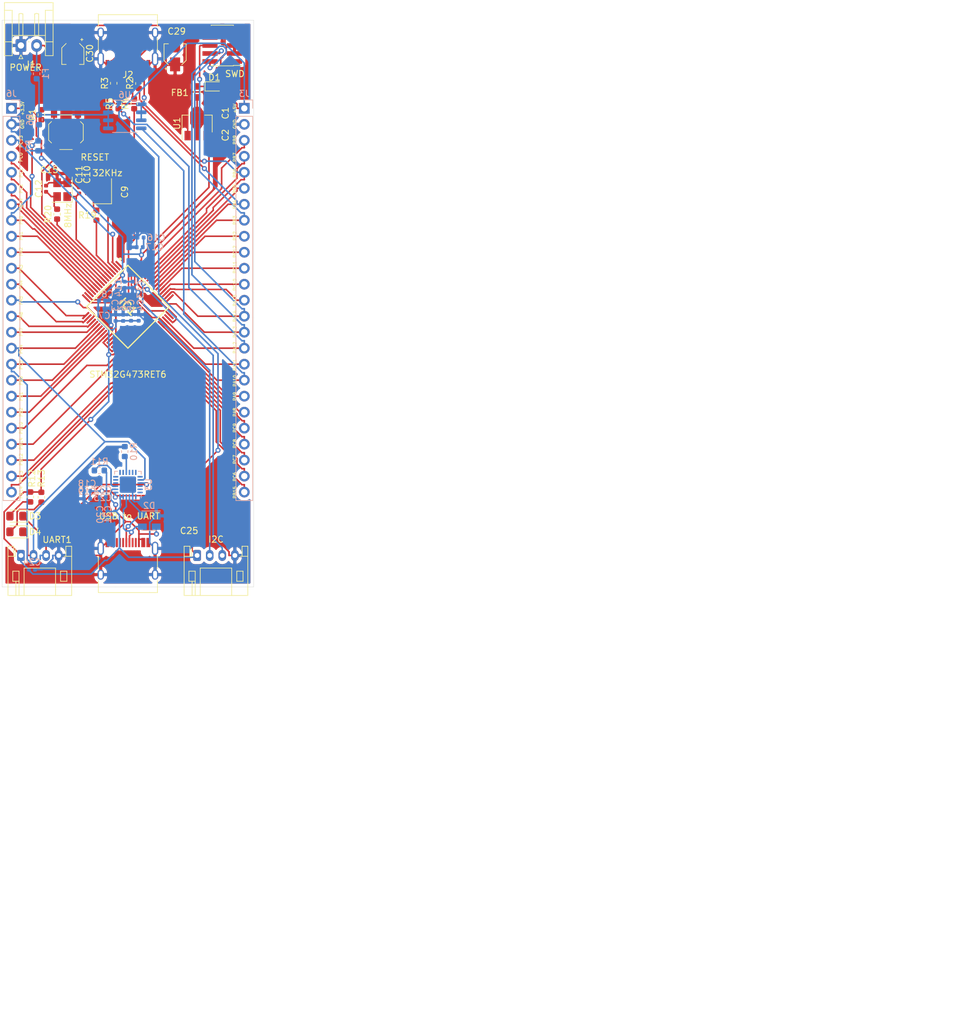
<source format=kicad_pcb>
(kicad_pcb (version 20171130) (host pcbnew "(5.1.5)-3")
  (layers (0 F.Cu signal) (31 B.Cu signal) (34 B.Paste user) (35 F.Paste user) (36 B.SilkS user) (37 F.SilkS user) (38 B.Mask user) (39 F.Mask user) (44 Edge.Cuts user))
  (net 0 "")
  (net 1 GND)
  (net 2 "Net-(C1-Pad1)")
  (net 3 +3.3V)
  (net 4 /MCU/OSC32_IN)
  (net 5 "Net-(C10-Pad1)")
  (net 6 /MCU/OSC8_IN)
  (net 7 "Net-(C12-Pad1)")
  (net 8 +5V)
  (net 9 "Net-(D1-Pad1)")
  (net 10 "Net-(D2-Pad2)")
  (net 11 "Net-(D3-Pad2)")
  (net 12 PC5)
  (net 13 "Net-(D4-Pad2)")
  (net 14 PA4)
  (net 15 "Net-(F1-Pad1)")
  (net 16 PB9)
  (net 17 PB6)
  (net 18 PB5)
  (net 19 PB4)
  (net 20 PB3)
  (net 21 PD2)
  (net 22 PC12)
  (net 23 PC11)
  (net 24 PC10)
  (net 25 PA15)
  (net 26 PA14)
  (net 27 PA13)
  (net 28 PA12)
  (net 29 PA11)
  (net 30 PA10)
  (net 31 PA9)
  (net 32 PA8)
  (net 33 PC9)
  (net 34 PC8)
  (net 35 PC7)
  (net 36 PC6)
  (net 37 PB15)
  (net 38 PB14)
  (net 39 PB13)
  (net 40 PB12)
  (net 41 PB11)
  (net 42 PB2)
  (net 43 PB1)
  (net 44 PB0)
  (net 45 PC4)
  (net 46 PA7)
  (net 47 PA6)
  (net 48 PA5)
  (net 49 PA3)
  (net 50 PA2)
  (net 51 PA1)
  (net 52 PA0)
  (net 53 PC3)
  (net 54 PC2)
  (net 55 PC1)
  (net 56 PC0)
  (net 57 /MCU/OSC8_OUT)
  (net 58 /MCU/OSC32_OUT)
  (net 59 PC13)
  (net 60 "Net-(J2-PadB8)")
  (net 61 "/USB Power Delivery/DA-")
  (net 62 "/USB Power Delivery/DA+")
  (net 63 "Net-(J2-PadA8)")
  (net 64 NRST)
  (net 65 "Net-(J8-Pad8)")
  (net 66 "Net-(J8-Pad7)")
  (net 67 "Net-(P1-PadA5)")
  (net 68 "Net-(R10-Pad1)")
  (net 69 "Net-(R11-Pad2)")
  (net 70 "Net-(U3-Pad24)")
  (net 71 "Net-(U3-Pad23)")
  (net 72 "Net-(U3-Pad22)")
  (net 73 "Net-(U3-Pad19)")
  (net 74 "Net-(U3-Pad18)")
  (net 75 "Net-(U3-Pad17)")
  (net 76 "Net-(U3-Pad16)")
  (net 77 "Net-(U3-Pad14)")
  (net 78 "Net-(U3-Pad13)")
  (net 79 "Net-(U3-Pad12)")
  (net 80 "Net-(U3-Pad11)")
  (net 81 "Net-(U3-Pad10)")
  (net 82 "Net-(U3-Pad1)")
  (net 83 /USB_to_UART/D+)
  (net 84 /USB_to_UART/D-)
  (net 85 "Net-(C29-Pad2)")
  (net 86 "Net-(C30-Pad2)")
  (net 87 PB7)
  (net 88 PB10)
  (net 89 "Net-(J2-PadA5)")
  (net 90 "Net-(J2-PadB5)")
  (net 91 PB8)
  (module "" (layer F.Cu) (at 148.5 139.25)
    (fp_text reference "" (at 134.25 81.1875) (layer F.SilkS) (effects (font (size 1.27 1.27))))
    (fp_text value "" (at 134.25 81.1875) (layer F.SilkS) (effects (font (size 1.27 1.27))))
    (fp_text user "USB to UART" (at 0.25 0.75) (layer F.SilkS))
  )
  (module Resistor_SMD:R_0603_1608Metric (layer B.Cu) (at 134.25 81.1875 270)
    (fp_text reference R7 (at 0 1.43 90) (layer B.SilkS) (effects (justify mirror)))
    (fp_text value R_Small)
    (pad 2 smd roundrect (at 0.7875 0 270) (size 0.875 0.95) (layers B.Cu B.Paste B.Mask) (net 1 GND))
    (pad 1 smd roundrect (at -0.7875 0 270) (size 0.875 0.95) (layers B.Cu B.Paste B.Mask) (net 52 PA0))
  )
  (module Resistor_SMD:R_0603_1608Metric (layer B.Cu) (at 134.38 77.04 270)
    (fp_text reference R6 (at 0 1.43 90) (layer B.SilkS) (effects (justify mirror)))
    (fp_text value R_Small)
    (pad 2 smd roundrect (at 0.7875 0 270) (size 0.875 0.95) (layers B.Cu B.Paste B.Mask) (net 52 PA0))
    (pad 1 smd roundrect (at -0.7875 0 270) (size 0.875 0.95) (layers B.Cu B.Paste B.Mask) (net 15 "Net-(F1-Pad1)"))
  )
  (module LED_SMD:LED_0805_2012Metric_Pad1.15x1.40mm_HandSolder (layer F.Cu) (at 130.775 140 180)
    (fp_text reference D3 (at -2.975 0) (layer F.SilkS))
    (fp_text value LED)
    (pad 2 smd roundrect (at 1.025 0 180) (size 1.15 1.4) (layers F.Cu F.Paste F.Mask) (roundrect_rratio 0.217391) (net 11 "Net-(D3-Pad2)"))
    (pad 1 smd roundrect (at -1.025 0 180) (size 1.15 1.4) (layers F.Cu F.Paste F.Mask) (roundrect_rratio 0.217391) (net 12 PC5))
  )
  (module LED_SMD:LED_0805_2012Metric_Pad1.15x1.40mm_HandSolder (layer F.Cu) (at 130.775 142.5 180)
    (fp_text reference D4 (at -2.975 0) (layer F.SilkS))
    (fp_text value LED)
    (pad 2 smd roundrect (at 1.025 0 180) (size 1.15 1.4) (layers F.Cu F.Paste F.Mask) (roundrect_rratio 0.217391) (net 13 "Net-(D4-Pad2)"))
    (pad 1 smd roundrect (at -1.025 0 180) (size 1.15 1.4) (layers F.Cu F.Paste F.Mask) (roundrect_rratio 0.217391) (net 45 PC4))
  )
  (module Connector_PinHeader_2.54mm:PinHeader_1x25_P2.54mm_Vertical (layer B.Cu) (at 167 75.23 180)
    (fp_text reference J3 (at 0 2.33) (layer B.SilkS) (effects (justify mirror)))
    (fp_text value Conn_01x25)
    (pad 25 thru_hole oval (at 0 -60.96 180) (size 1.7 1.7) (drill 1) (layers *.Cu *.Mask) (net 37 PB15))
    (pad 24 thru_hole oval (at 0 -58.42 180) (size 1.7 1.7) (drill 1) (layers *.Cu *.Mask) (net 36 PC6))
    (pad 23 thru_hole oval (at 0 -55.88 180) (size 1.7 1.7) (drill 1) (layers *.Cu *.Mask) (net 35 PC7))
    (pad 22 thru_hole oval (at 0 -53.34 180) (size 1.7 1.7) (drill 1) (layers *.Cu *.Mask) (net 34 PC8))
    (pad 21 thru_hole oval (at 0 -50.8 180) (size 1.7 1.7) (drill 1) (layers *.Cu *.Mask) (net 33 PC9))
    (pad 20 thru_hole oval (at 0 -48.26 180) (size 1.7 1.7) (drill 1) (layers *.Cu *.Mask) (net 32 PA8))
    (pad 19 thru_hole oval (at 0 -45.72 180) (size 1.7 1.7) (drill 1) (layers *.Cu *.Mask) (net 31 PA9))
    (pad 18 thru_hole oval (at 0 -43.18 180) (size 1.7 1.7) (drill 1) (layers *.Cu *.Mask) (net 30 PA10))
    (pad 17 thru_hole oval (at 0 -40.64 180) (size 1.7 1.7) (drill 1) (layers *.Cu *.Mask) (net 29 PA11))
    (pad 16 thru_hole oval (at 0 -38.1 180) (size 1.7 1.7) (drill 1) (layers *.Cu *.Mask) (net 28 PA12))
    (pad 15 thru_hole oval (at 0 -35.56 180) (size 1.7 1.7) (drill 1) (layers *.Cu *.Mask) (net 27 PA13))
    (pad 14 thru_hole oval (at 0 -33.02 180) (size 1.7 1.7) (drill 1) (layers *.Cu *.Mask) (net 26 PA14))
    (pad 13 thru_hole oval (at 0 -30.48 180) (size 1.7 1.7) (drill 1) (layers *.Cu *.Mask) (net 25 PA15))
    (pad 12 thru_hole oval (at 0 -27.94 180) (size 1.7 1.7) (drill 1) (layers *.Cu *.Mask) (net 24 PC10))
    (pad 11 thru_hole oval (at 0 -25.4 180) (size 1.7 1.7) (drill 1) (layers *.Cu *.Mask) (net 23 PC11))
    (pad 10 thru_hole oval (at 0 -22.86 180) (size 1.7 1.7) (drill 1) (layers *.Cu *.Mask) (net 22 PC12))
    (pad 9 thru_hole oval (at 0 -20.32 180) (size 1.7 1.7) (drill 1) (layers *.Cu *.Mask) (net 21 PD2))
    (pad 8 thru_hole oval (at 0 -17.78 180) (size 1.7 1.7) (drill 1) (layers *.Cu *.Mask) (net 20 PB3))
    (pad 7 thru_hole oval (at 0 -15.24 180) (size 1.7 1.7) (drill 1) (layers *.Cu *.Mask) (net 19 PB4))
    (pad 6 thru_hole oval (at 0 -12.7 180) (size 1.7 1.7) (drill 1) (layers *.Cu *.Mask) (net 18 PB5))
    (pad 5 thru_hole oval (at 0 -10.16 180) (size 1.7 1.7) (drill 1) (layers *.Cu *.Mask) (net 17 PB6))
    (pad 4 thru_hole oval (at 0 -7.62 180) (size 1.7 1.7) (drill 1) (layers *.Cu *.Mask) (net 87 PB7))
    (pad 3 thru_hole oval (at 0 -5.08 180) (size 1.7 1.7) (drill 1) (layers *.Cu *.Mask) (net 16 PB9))
    (pad 2 thru_hole oval (at 0 -2.54 180) (size 1.7 1.7) (drill 1) (layers *.Cu *.Mask) (net 1 GND))
    (pad 1 thru_hole rect (at 0 0 180) (size 1.7 1.7) (drill 1) (layers *.Cu *.Mask) (net 8 +5V))
  )
  (module Connector_PinHeader_2.54mm:PinHeader_1x25_P2.54mm_Vertical (layer B.Cu) (at 130 75.23 180)
    (fp_text reference J6 (at 0 2.33) (layer B.SilkS) (effects (justify mirror)))
    (fp_text value Conn_01x25)
    (pad 25 thru_hole oval (at 0 -60.96 180) (size 1.7 1.7) (drill 1) (layers *.Cu *.Mask) (net 38 PB14))
    (pad 24 thru_hole oval (at 0 -58.42 180) (size 1.7 1.7) (drill 1) (layers *.Cu *.Mask) (net 39 PB13))
    (pad 23 thru_hole oval (at 0 -55.88 180) (size 1.7 1.7) (drill 1) (layers *.Cu *.Mask) (net 40 PB12))
    (pad 22 thru_hole oval (at 0 -53.34 180) (size 1.7 1.7) (drill 1) (layers *.Cu *.Mask) (net 41 PB11))
    (pad 21 thru_hole oval (at 0 -50.8 180) (size 1.7 1.7) (drill 1) (layers *.Cu *.Mask) (net 88 PB10))
    (pad 20 thru_hole oval (at 0 -48.26 180) (size 1.7 1.7) (drill 1) (layers *.Cu *.Mask) (net 42 PB2))
    (pad 19 thru_hole oval (at 0 -45.72 180) (size 1.7 1.7) (drill 1) (layers *.Cu *.Mask) (net 43 PB1))
    (pad 18 thru_hole oval (at 0 -43.18 180) (size 1.7 1.7) (drill 1) (layers *.Cu *.Mask) (net 44 PB0))
    (pad 17 thru_hole oval (at 0 -40.64 180) (size 1.7 1.7) (drill 1) (layers *.Cu *.Mask) (net 12 PC5))
    (pad 16 thru_hole oval (at 0 -38.1 180) (size 1.7 1.7) (drill 1) (layers *.Cu *.Mask) (net 45 PC4))
    (pad 15 thru_hole oval (at 0 -35.56 180) (size 1.7 1.7) (drill 1) (layers *.Cu *.Mask) (net 46 PA7))
    (pad 14 thru_hole oval (at 0 -33.02 180) (size 1.7 1.7) (drill 1) (layers *.Cu *.Mask) (net 47 PA6))
    (pad 13 thru_hole oval (at 0 -30.48 180) (size 1.7 1.7) (drill 1) (layers *.Cu *.Mask) (net 48 PA5))
    (pad 12 thru_hole oval (at 0 -27.94 180) (size 1.7 1.7) (drill 1) (layers *.Cu *.Mask) (net 14 PA4))
    (pad 11 thru_hole oval (at 0 -25.4 180) (size 1.7 1.7) (drill 1) (layers *.Cu *.Mask) (net 49 PA3))
    (pad 10 thru_hole oval (at 0 -22.86 180) (size 1.7 1.7) (drill 1) (layers *.Cu *.Mask) (net 50 PA2))
    (pad 9 thru_hole oval (at 0 -20.32 180) (size 1.7 1.7) (drill 1) (layers *.Cu *.Mask) (net 51 PA1))
    (pad 8 thru_hole oval (at 0 -17.78 180) (size 1.7 1.7) (drill 1) (layers *.Cu *.Mask) (net 52 PA0))
    (pad 7 thru_hole oval (at 0 -15.24 180) (size 1.7 1.7) (drill 1) (layers *.Cu *.Mask) (net 53 PC3))
    (pad 6 thru_hole oval (at 0 -12.7 180) (size 1.7 1.7) (drill 1) (layers *.Cu *.Mask) (net 54 PC2))
    (pad 5 thru_hole oval (at 0 -10.16 180) (size 1.7 1.7) (drill 1) (layers *.Cu *.Mask) (net 55 PC1))
    (pad 4 thru_hole oval (at 0 -7.62 180) (size 1.7 1.7) (drill 1) (layers *.Cu *.Mask) (net 56 PC0))
    (pad 3 thru_hole oval (at 0 -5.08 180) (size 1.7 1.7) (drill 1) (layers *.Cu *.Mask) (net 59 PC13))
    (pad 2 thru_hole oval (at 0 -2.54 180) (size 1.7 1.7) (drill 1) (layers *.Cu *.Mask) (net 1 GND))
    (pad 1 thru_hole rect (at 0 0 180) (size 1.7 1.7) (drill 1) (layers *.Cu *.Mask) (net 3 +3.3V))
  )
  (module Resistor_SMD:R_0603_1608Metric (layer F.Cu) (at 134.75 76.25 90)
    (fp_text reference R1 (at 0 -1.43 90) (layer F.SilkS))
    (fp_text value R_Small)
    (pad 2 smd roundrect (at 0.7875 0 90) (size 0.875 0.95) (layers F.Cu F.Paste F.Mask) (net 3 +3.3V))
    (pad 1 smd roundrect (at -0.7875 0 90) (size 0.875 0.95) (layers F.Cu F.Paste F.Mask) (net 64 NRST))
  )
  (module Diode_SMD:D_0603_1608Metric (layer F.Cu) (at 162.25 71.75)
    (fp_text reference D1 (at 0 -1.43) (layer F.SilkS))
    (fp_text value D_Schottky)
    (pad 2 smd roundrect (at 0.7875 0) (size 0.875 0.95) (layers F.Cu F.Paste F.Mask) (net 8 +5V))
    (pad 1 smd roundrect (at -0.7875 0) (size 0.875 0.95) (layers F.Cu F.Paste F.Mask) (net 9 "Net-(D1-Pad1)"))
  )
  (module Resistor_SMD:R_0603_1608Metric (layer F.Cu) (at 147 74.5 90)
    (fp_text reference R5 (at 0 -1.43 90) (layer F.SilkS))
    (fp_text value R_Small)
    (pad 2 smd roundrect (at 0.7875 0 90) (size 0.875 0.95) (layers F.Cu F.Paste F.Mask) (net 62 "/USB Power Delivery/DA+"))
    (pad 1 smd roundrect (at -0.7875 0 90) (size 0.875 0.95) (layers F.Cu F.Paste F.Mask) (net 28 PA12))
  )
  (module Resistor_SMD:R_0603_1608Metric (layer F.Cu) (at 149.5 74.5 90)
    (fp_text reference R4 (at 0 -1.43 90) (layer F.SilkS))
    (fp_text value R_Small)
    (pad 2 smd roundrect (at 0.7875 0 90) (size 0.875 0.95) (layers F.Cu F.Paste F.Mask) (net 61 "/USB Power Delivery/DA-"))
    (pad 1 smd roundrect (at -0.7875 0 90) (size 0.875 0.95) (layers F.Cu F.Paste F.Mask) (net 29 PA11))
  )
  (module Resistor_SMD:R_0603_1608Metric (layer F.Cu) (at 146.25 71.25 90)
    (fp_text reference R3 (at 0 -1.43 90) (layer F.SilkS))
    (fp_text value R_Small)
    (pad 2 smd roundrect (at 0.7875 0 90) (size 0.875 0.95) (layers F.Cu F.Paste F.Mask) (net 90 "Net-(J2-PadB5)"))
    (pad 1 smd roundrect (at -0.7875 0 90) (size 0.875 0.95) (layers F.Cu F.Paste F.Mask) (net 19 PB4))
  )
  (module Resistor_SMD:R_0603_1608Metric (layer F.Cu) (at 150.25 71.2875 90)
    (fp_text reference R2 (at 0 -1.43 90) (layer F.SilkS))
    (fp_text value R_Small)
    (pad 2 smd roundrect (at 0.7875 0 90) (size 0.875 0.95) (layers F.Cu F.Paste F.Mask) (net 89 "Net-(J2-PadA5)"))
    (pad 1 smd roundrect (at -0.7875 0 90) (size 0.875 0.95) (layers F.Cu F.Paste F.Mask) (net 17 PB6))
  )
  (module ASSETS:USB_C_Receptacle_HRO_TYPE-C-31-M-12 (layer F.Cu) (at 148.5 64.25 180)
    (fp_text reference J2 (at 0 -5.645) (layer F.SilkS))
    (fp_text value USB_C_Receptacle_USB2.0)
    (pad B1 smd rect (at 3.25 -4.045 180) (size 0.6 1.45) (layers F.Cu F.Paste F.Mask) (net 1 GND))
    (pad A9 smd rect (at 2.45 -4.045 180) (size 0.6 1.45) (layers F.Cu F.Paste F.Mask) (net 85 "Net-(C29-Pad2)"))
    (pad B9 smd rect (at -2.45 -4.045 180) (size 0.6 1.45) (layers F.Cu F.Paste F.Mask) (net 85 "Net-(C29-Pad2)"))
    (pad B12 smd rect (at -3.25 -4.045 180) (size 0.6 1.45) (layers F.Cu F.Paste F.Mask) (net 1 GND))
    (pad A1 smd rect (at -3.25 -4.045 180) (size 0.6 1.45) (layers F.Cu F.Paste F.Mask) (net 1 GND))
    (pad A4 smd rect (at -2.45 -4.045 180) (size 0.6 1.45) (layers F.Cu F.Paste F.Mask) (net 85 "Net-(C29-Pad2)"))
    (pad B4 smd rect (at 2.45 -4.045 180) (size 0.6 1.45) (layers F.Cu F.Paste F.Mask) (net 85 "Net-(C29-Pad2)"))
    (pad A12 smd rect (at 3.25 -4.045 180) (size 0.6 1.45) (layers F.Cu F.Paste F.Mask) (net 1 GND))
    (pad B8 smd rect (at -1.75 -4.045 180) (size 0.3 1.45) (layers F.Cu F.Paste F.Mask) (net 60 "Net-(J2-PadB8)"))
    (pad A5 smd rect (at -1.25 -4.045 180) (size 0.3 1.45) (layers F.Cu F.Paste F.Mask) (net 89 "Net-(J2-PadA5)"))
    (pad B7 smd rect (at -0.75 -4.045 180) (size 0.3 1.45) (layers F.Cu F.Paste F.Mask) (net 61 "/USB Power Delivery/DA-"))
    (pad A7 smd rect (at 0.25 -4.045 180) (size 0.3 1.45) (layers F.Cu F.Paste F.Mask) (net 61 "/USB Power Delivery/DA-"))
    (pad B6 smd rect (at 0.75 -4.045 180) (size 0.3 1.45) (layers F.Cu F.Paste F.Mask) (net 62 "/USB Power Delivery/DA+"))
    (pad A8 smd rect (at 1.25 -4.045 180) (size 0.3 1.45) (layers F.Cu F.Paste F.Mask) (net 63 "Net-(J2-PadA8)"))
    (pad B5 smd rect (at 1.75 -4.045 180) (size 0.3 1.45) (layers F.Cu F.Paste F.Mask) (net 90 "Net-(J2-PadB5)"))
    (pad A6 smd rect (at -0.25 -4.045 180) (size 0.3 1.45) (layers F.Cu F.Paste F.Mask) (net 62 "/USB Power Delivery/DA+"))
    (pad S1 thru_hole oval (at 4.32 -3.13 180) (size 1 2.1) (drill oval 0.6 1.7) (layers *.Cu *.Mask) (net 1 GND))
    (pad S1 thru_hole oval (at -4.32 -3.13 180) (size 1 2.1) (drill oval 0.6 1.7) (layers *.Cu *.Mask) (net 1 GND))
    (pad "" np_thru_hole circle (at -2.89 -2.6 180) (size 0.65 0.65) (drill 0.65) (layers *.Cu *.Mask))
    (pad S1 thru_hole oval (at -4.32 1.05 180) (size 1 1.6) (drill oval 0.6 1.2) (layers *.Cu *.Mask) (net 1 GND))
    (pad "" np_thru_hole circle (at 2.89 -2.6 180) (size 0.65 0.65) (drill 0.65) (layers *.Cu *.Mask))
    (pad S1 thru_hole oval (at 4.32 1.05 180) (size 1 1.6) (drill oval 0.6 1.2) (layers *.Cu *.Mask) (net 1 GND))
  )
  (module Capacitor_SMD:CP_Elec_3x5.3 (layer F.Cu) (at 139.75 66.5 270)
    (fp_text reference C30 (at 0 -2.7 90) (layer F.SilkS))
    (fp_text value C)
    (pad 2 smd rect (at 1.5 0 270) (size 2.2 1.6) (layers F.Cu F.Paste F.Mask) (net 86 "Net-(C30-Pad2)"))
    (pad 1 smd rect (at -1.5 0 270) (size 2.2 1.6) (layers F.Cu F.Paste F.Mask) (net 1 GND))
  )
  (module Capacitor_SMD:CP_Elec_3x5.3 (layer F.Cu) (at 156 66.75 90)
    (fp_text reference C29 (at 3.75 0.25 180) (layer F.SilkS))
    (fp_text value C)
    (pad 2 smd rect (at 1.5 0 90) (size 2.2 1.6) (layers F.Cu F.Paste F.Mask) (net 85 "Net-(C29-Pad2)"))
    (pad 1 smd rect (at -1.5 0 90) (size 2.2 1.6) (layers F.Cu F.Paste F.Mask) (net 1 GND))
  )
  (module Package_SO:SOP-8_3.9x4.9mm_P1.27mm (layer B.Cu) (at 148 76.5 180)
    (fp_text reference U6 (at 0 3.4) (layer B.SilkS) (effects (justify mirror)))
    (fp_text value IRF7205TRPB)
    (pad 8 smd roundrect (at 2.625 1.905 180) (size 1.65 0.6) (layers B.Cu B.Paste B.Mask) (net 15 "Net-(F1-Pad1)"))
    (pad 7 smd roundrect (at 2.625 0.635 180) (size 1.65 0.6) (layers B.Cu B.Paste B.Mask) (net 15 "Net-(F1-Pad1)"))
    (pad 6 smd roundrect (at 2.625 -0.635 180) (size 1.65 0.6) (layers B.Cu B.Paste B.Mask) (net 15 "Net-(F1-Pad1)"))
    (pad 5 smd roundrect (at 2.625 -1.905 180) (size 1.65 0.6) (layers B.Cu B.Paste B.Mask) (net 15 "Net-(F1-Pad1)"))
    (pad 4 smd roundrect (at -2.625 -1.905 180) (size 1.65 0.6) (layers B.Cu B.Paste B.Mask) (net 30 PA10))
    (pad 3 smd roundrect (at -2.625 -0.635 180) (size 1.65 0.6) (layers B.Cu B.Paste B.Mask) (net 85 "Net-(C29-Pad2)"))
    (pad 2 smd roundrect (at -2.625 0.635 180) (size 1.65 0.6) (layers B.Cu B.Paste B.Mask) (net 85 "Net-(C29-Pad2)"))
    (pad 1 smd roundrect (at -2.625 1.905 180) (size 1.65 0.6) (layers B.Cu B.Paste B.Mask) (net 85 "Net-(C29-Pad2)"))
  )
  (module Crystal:Crystal_SMD_SeikoEpson_FA238-4Pin_3.2x2.5mm (layer F.Cu) (at 138.05 88.15 90)
    (fp_text reference 8MHz (at -4.1 0.95 270) (layer F.SilkS))
    (fp_text value Crystal_GND23)
    (pad 4 smd rect (at -1.1 -0.8 90) (size 1.4 1.2) (layers F.Cu F.Paste F.Mask) (net 7 "Net-(C12-Pad1)"))
    (pad 3 smd rect (at 1.1 -0.8 90) (size 1.4 1.2) (layers F.Cu F.Paste F.Mask) (net 1 GND))
    (pad 2 smd rect (at 1.1 0.8 90) (size 1.4 1.2) (layers F.Cu F.Paste F.Mask) (net 1 GND))
    (pad 1 smd rect (at -1.1 0.8 90) (size 1.4 1.2) (layers F.Cu F.Paste F.Mask) (net 6 /MCU/OSC8_IN))
  )
  (module Crystal:Crystal_SMD_SeikoEpson_FA238-4Pin_3.2x2.5mm (layer F.Cu) (at 144.3 88.4 90)
    (fp_text reference 32KHz (at 2.9 0.95 180) (layer F.SilkS))
    (fp_text value Crystal_GND23)
    (pad 4 smd rect (at -1.1 -0.8 90) (size 1.4 1.2) (layers F.Cu F.Paste F.Mask) (net 5 "Net-(C10-Pad1)"))
    (pad 3 smd rect (at 1.1 -0.8 90) (size 1.4 1.2) (layers F.Cu F.Paste F.Mask) (net 1 GND))
    (pad 2 smd rect (at 1.1 0.8 90) (size 1.4 1.2) (layers F.Cu F.Paste F.Mask) (net 1 GND))
    (pad 1 smd rect (at -1.1 0.8 90) (size 1.4 1.2) (layers F.Cu F.Paste F.Mask) (net 4 /MCU/OSC32_IN))
  )
  (module Package_DFN_QFN:QFN-24-1EP_4x4mm_P0.5mm_EP2.6x2.6mm (layer B.Cu) (at 148.5 135 90)
    (fp_text reference U3 (at 0 3.3 270) (layer B.SilkS) (effects (justify mirror)))
    (fp_text value CP2102N-A01-GQFN24)
    (pad 24 smd roundrect (at -1.25 1.9375 90) (size 0.25 0.825) (layers B.Cu B.Paste B.Mask) (net 70 "Net-(U3-Pad24)"))
    (pad 23 smd roundrect (at -0.75 1.9375 90) (size 0.25 0.825) (layers B.Cu B.Paste B.Mask) (net 71 "Net-(U3-Pad23)"))
    (pad 22 smd roundrect (at -0.25 1.9375 90) (size 0.25 0.825) (layers B.Cu B.Paste B.Mask) (net 72 "Net-(U3-Pad22)"))
    (pad 21 smd roundrect (at 0.25 1.9375 90) (size 0.25 0.825) (layers B.Cu B.Paste B.Mask) (net 12 PC5))
    (pad 20 smd roundrect (at 0.75 1.9375 90) (size 0.25 0.825) (layers B.Cu B.Paste B.Mask) (net 45 PC4))
    (pad 19 smd roundrect (at 1.25 1.9375 90) (size 0.25 0.825) (layers B.Cu B.Paste B.Mask) (net 73 "Net-(U3-Pad19)"))
    (pad 18 smd roundrect (at 1.9375 1.25 90) (size 0.825 0.25) (layers B.Cu B.Paste B.Mask) (net 74 "Net-(U3-Pad18)"))
    (pad 17 smd roundrect (at 1.9375 0.75 90) (size 0.825 0.25) (layers B.Cu B.Paste B.Mask) (net 75 "Net-(U3-Pad17)"))
    (pad 16 smd roundrect (at 1.9375 0.25 90) (size 0.825 0.25) (layers B.Cu B.Paste B.Mask) (net 76 "Net-(U3-Pad16)"))
    (pad 15 smd roundrect (at 1.9375 -0.25 90) (size 0.825 0.25) (layers B.Cu B.Paste B.Mask) (net 68 "Net-(R10-Pad1)"))
    (pad 14 smd roundrect (at 1.9375 -0.75 90) (size 0.825 0.25) (layers B.Cu B.Paste B.Mask) (net 77 "Net-(U3-Pad14)"))
    (pad 13 smd roundrect (at 1.9375 -1.25 90) (size 0.825 0.25) (layers B.Cu B.Paste B.Mask) (net 78 "Net-(U3-Pad13)"))
    (pad 12 smd roundrect (at 1.25 -1.9375 90) (size 0.25 0.825) (layers B.Cu B.Paste B.Mask) (net 79 "Net-(U3-Pad12)"))
    (pad 11 smd roundrect (at 0.75 -1.9375 90) (size 0.25 0.825) (layers B.Cu B.Paste B.Mask) (net 80 "Net-(U3-Pad11)"))
    (pad 10 smd roundrect (at 0.25 -1.9375 90) (size 0.25 0.825) (layers B.Cu B.Paste B.Mask) (net 81 "Net-(U3-Pad10)"))
    (pad 9 smd roundrect (at -0.25 -1.9375 90) (size 0.25 0.825) (layers B.Cu B.Paste B.Mask) (net 69 "Net-(R11-Pad2)"))
    (pad 8 smd roundrect (at -0.75 -1.9375 90) (size 0.25 0.825) (layers B.Cu B.Paste B.Mask) (net 10 "Net-(D2-Pad2)"))
    (pad 7 smd roundrect (at -1.25 -1.9375 90) (size 0.25 0.825) (layers B.Cu B.Paste B.Mask) (net 8 +5V))
    (pad 6 smd roundrect (at -1.9375 -1.25 90) (size 0.825 0.25) (layers B.Cu B.Paste B.Mask) (net 3 +3.3V))
    (pad 5 smd roundrect (at -1.9375 -0.75 90) (size 0.825 0.25) (layers B.Cu B.Paste B.Mask) (net 3 +3.3V))
    (pad 4 smd roundrect (at -1.9375 -0.25 90) (size 0.825 0.25) (layers B.Cu B.Paste B.Mask) (net 84 /USB_to_UART/D-))
    (pad 3 smd roundrect (at -1.9375 0.25 90) (size 0.825 0.25) (layers B.Cu B.Paste B.Mask) (net 83 /USB_to_UART/D+))
    (pad 2 smd roundrect (at -1.9375 0.75 90) (size 0.825 0.25) (layers B.Cu B.Paste B.Mask) (net 1 GND))
    (pad 1 smd roundrect (at -1.9375 1.25 90) (size 0.825 0.25) (layers B.Cu B.Paste B.Mask) (net 82 "Net-(U3-Pad1)"))
    (pad 25 smd roundrect (at 0 0 90) (size 2.6 2.6) (layers B.Cu B.Mask) (roundrect_rratio 0.096154) (net 1 GND))
  )
  (module Package_TO_SOT_SMD:SOT-89-3 (layer F.Cu) (at 159.5 78.0835 90)
    (fp_text reference U1 (at 0.45 -3.2 90) (layer F.SilkS))
    (fp_text value AP2127R-3.3)
    (pad 2 smd trapezoid (at -0.0762 0 180) (size 1.5 1) (rect_delta 0 0.7) (layers F.Cu F.Paste F.Mask) (net 2 "Net-(C1-Pad1)"))
    (pad 2 smd rect (at 1.3335 0) (size 2.2 1.84) (layers F.Cu F.Paste F.Mask) (net 2 "Net-(C1-Pad1)"))
    (pad 3 smd rect (at -1.48 1.5) (size 1 1.5) (layers F.Cu F.Paste F.Mask) (net 3 +3.3V))
    (pad 2 smd rect (at -1.3335 0) (size 1 1.8) (layers F.Cu F.Paste F.Mask) (net 2 "Net-(C1-Pad1)"))
    (pad 1 smd rect (at -1.48 -1.5) (size 1 1.5) (layers F.Cu F.Paste F.Mask) (net 1 GND))
    (pad 2 smd trapezoid (at 2.667 0) (size 1.6 0.85) (rect_delta 0 0.6) (layers F.Cu F.Paste F.Mask) (net 2 "Net-(C1-Pad1)"))
  )
  (module Button_Switch_SMD:SW_SPST_TL3342 (layer F.Cu) (at 138.66 79.03 90)
    (fp_text reference RESET (at -3.97 4.59 180) (layer F.SilkS))
    (fp_text value SW_SPST)
    (pad 2 smd rect (at 3.15 1.9 90) (size 1.7 1) (layers F.Cu F.Paste F.Mask) (net 1 GND))
    (pad 2 smd rect (at -3.15 1.9 90) (size 1.7 1) (layers F.Cu F.Paste F.Mask) (net 1 GND))
    (pad 1 smd rect (at 3.15 -1.9 90) (size 1.7 1) (layers F.Cu F.Paste F.Mask) (net 64 NRST))
    (pad 1 smd rect (at -3.15 -1.9 90) (size 1.7 1) (layers F.Cu F.Paste F.Mask) (net 64 NRST))
  )
  (module Resistor_SMD:R_0603_1608Metric (layer F.Cu) (at 137.25 92.0375 90)
    (fp_text reference R20 (at 0 -1.43 90) (layer F.SilkS))
    (fp_text value R_Small)
    (pad 2 smd roundrect (at 0.7875 0 90) (size 0.875 0.95) (layers F.Cu F.Paste F.Mask) (net 7 "Net-(C12-Pad1)"))
    (pad 1 smd roundrect (at -0.7875 0 90) (size 0.875 0.95) (layers F.Cu F.Paste F.Mask) (net 57 /MCU/OSC8_OUT))
  )
  (module Resistor_SMD:R_0603_1608Metric (layer F.Cu) (at 143.5 92.2125 90)
    (fp_text reference R19 (at 0 -1.43) (layer F.SilkS))
    (fp_text value R_Small)
    (pad 2 smd roundrect (at 0.7875 0 90) (size 0.875 0.95) (layers F.Cu F.Paste F.Mask) (net 5 "Net-(C10-Pad1)"))
    (pad 1 smd roundrect (at -0.7875 0 90) (size 0.875 0.95) (layers F.Cu F.Paste F.Mask) (net 58 /MCU/OSC32_OUT))
  )
  (module Resistor_SMD:R_0603_1608Metric (layer F.Cu) (at 134.75 137 270)
    (fp_text reference R13 (at -3 0 270) (layer F.SilkS))
    (fp_text value 1K)
    (pad 2 smd roundrect (at 0.7875 0 270) (size 0.875 0.95) (layers F.Cu F.Paste F.Mask) (net 13 "Net-(D4-Pad2)"))
    (pad 1 smd roundrect (at -0.7875 0 270) (size 0.875 0.95) (layers F.Cu F.Paste F.Mask) (net 3 +3.3V))
  )
  (module Resistor_SMD:R_0603_1608Metric (layer F.Cu) (at 133 136.962 270)
    (fp_text reference R12 (at -2.962 -0.25 270) (layer F.SilkS))
    (fp_text value 1K)
    (pad 2 smd roundrect (at 0.7875 0 270) (size 0.875 0.95) (layers F.Cu F.Paste F.Mask) (net 11 "Net-(D3-Pad2)"))
    (pad 1 smd roundrect (at -0.7875 0 270) (size 0.875 0.95) (layers F.Cu F.Paste F.Mask) (net 3 +3.3V))
  )
  (module Resistor_SMD:R_0603_1608Metric (layer B.Cu) (at 143.962 132.75 180)
    (fp_text reference R11 (at 0 1.43) (layer B.SilkS) (effects (justify mirror)))
    (fp_text value 1K)
    (pad 2 smd roundrect (at 0.7875 0 180) (size 0.875 0.95) (layers B.Cu B.Paste B.Mask) (net 69 "Net-(R11-Pad2)"))
    (pad 1 smd roundrect (at -0.7875 0 180) (size 0.875 0.95) (layers B.Cu B.Paste B.Mask) (net 3 +3.3V))
  )
  (module Resistor_SMD:R_0603_1608Metric (layer B.Cu) (at 148 129.75 90)
    (fp_text reference R10 (at 0 1.43 90) (layer B.SilkS) (effects (justify mirror)))
    (fp_text value 1K)
    (pad 2 smd roundrect (at 0.7875 0 90) (size 0.875 0.95) (layers B.Cu B.Paste B.Mask) (net 1 GND))
    (pad 1 smd roundrect (at -0.7875 0 90) (size 0.875 0.95) (layers B.Cu B.Paste B.Mask) (net 68 "Net-(R10-Pad1)"))
  )
  (module ASSETS:USB_C_Receptacle_HRO_TYPE-C-31-M-12 (layer F.Cu) (at 148.5 148.25)
    (fp_text reference P1)
    (fp_text value USB_C_Plug_USB2.0)
    (pad B1 smd rect (at 3.25 -4.045) (size 0.6 1.45) (layers F.Cu F.Paste F.Mask) (net 1 GND))
    (pad A9 smd rect (at 2.45 -4.045) (size 0.6 1.45) (layers F.Cu F.Paste F.Mask) (net 10 "Net-(D2-Pad2)"))
    (pad B9 smd rect (at -2.45 -4.045) (size 0.6 1.45) (layers F.Cu F.Paste F.Mask) (net 10 "Net-(D2-Pad2)"))
    (pad B12 smd rect (at -3.25 -4.045) (size 0.6 1.45) (layers F.Cu F.Paste F.Mask) (net 1 GND))
    (pad A1 smd rect (at -3.25 -4.045) (size 0.6 1.45) (layers F.Cu F.Paste F.Mask) (net 1 GND))
    (pad A4 smd rect (at -2.45 -4.045) (size 0.6 1.45) (layers F.Cu F.Paste F.Mask) (net 10 "Net-(D2-Pad2)"))
    (pad B4 smd rect (at 2.45 -4.045) (size 0.6 1.45) (layers F.Cu F.Paste F.Mask) (net 10 "Net-(D2-Pad2)"))
    (pad A12 smd rect (at 3.25 -4.045) (size 0.6 1.45) (layers F.Cu F.Paste F.Mask) (net 1 GND))
    (pad B8 smd rect (at -1.75 -4.045) (size 0.3 1.45) (layers F.Cu F.Paste F.Mask))
    (pad A5 smd rect (at -1.25 -4.045) (size 0.3 1.45) (layers F.Cu F.Paste F.Mask) (net 67 "Net-(P1-PadA5)"))
    (pad B7 smd rect (at -0.75 -4.045) (size 0.3 1.45) (layers F.Cu F.Paste F.Mask))
    (pad A7 smd rect (at 0.25 -4.045) (size 0.3 1.45) (layers F.Cu F.Paste F.Mask) (net 84 /USB_to_UART/D-))
    (pad B6 smd rect (at 0.75 -4.045) (size 0.3 1.45) (layers F.Cu F.Paste F.Mask))
    (pad A8 smd rect (at 1.25 -4.045) (size 0.3 1.45) (layers F.Cu F.Paste F.Mask))
    (pad B5 smd rect (at 1.75 -4.045) (size 0.3 1.45) (layers F.Cu F.Paste F.Mask) (net 10 "Net-(D2-Pad2)"))
    (pad A6 smd rect (at -0.25 -4.045) (size 0.3 1.45) (layers F.Cu F.Paste F.Mask) (net 83 /USB_to_UART/D+))
    (pad S1 thru_hole oval (at 4.32 -3.13) (size 1 2.1) (drill oval 0.6 1.7) (layers *.Cu *.Mask) (net 1 GND))
    (pad S1 thru_hole oval (at -4.32 -3.13) (size 1 2.1) (drill oval 0.6 1.7) (layers *.Cu *.Mask) (net 1 GND))
    (pad "" np_thru_hole circle (at -2.89 -2.6) (size 0.65 0.65) (drill 0.65) (layers *.Cu *.Mask))
    (pad S1 thru_hole oval (at -4.32 1.05) (size 1 1.6) (drill oval 0.6 1.2) (layers *.Cu *.Mask) (net 1 GND))
    (pad "" np_thru_hole circle (at 2.89 -2.6) (size 0.65 0.65) (drill 0.65) (layers *.Cu *.Mask))
    (pad S1 thru_hole oval (at 4.32 1.05) (size 1 1.6) (drill oval 0.6 1.2) (layers *.Cu *.Mask) (net 1 GND))
  )
  (module Connector_PinHeader_1.27mm:PinHeader_2x05_P1.27mm_Vertical_SMD (layer F.Cu) (at 163.5 65.25 180)
    (fp_text reference SWD (at -2 -4.5) (layer F.SilkS))
    (fp_text value Conn_ARM_JTAG_SWD_10)
    (pad 10 smd rect (at 1.95 2.54 180) (size 2.4 0.74) (layers F.Cu F.Paste F.Mask) (net 64 NRST))
    (pad 9 smd rect (at -1.95 2.54 180) (size 2.4 0.74) (layers F.Cu F.Paste F.Mask) (net 1 GND))
    (pad 8 smd rect (at 1.95 1.27 180) (size 2.4 0.74) (layers F.Cu F.Paste F.Mask) (net 65 "Net-(J8-Pad8)"))
    (pad 7 smd rect (at -1.95 1.27 180) (size 2.4 0.74) (layers F.Cu F.Paste F.Mask) (net 66 "Net-(J8-Pad7)"))
    (pad 6 smd rect (at 1.95 0 180) (size 2.4 0.74) (layers F.Cu F.Paste F.Mask) (net 20 PB3))
    (pad 5 smd rect (at -1.95 0 180) (size 2.4 0.74) (layers F.Cu F.Paste F.Mask) (net 1 GND))
    (pad 4 smd rect (at 1.95 -1.27 180) (size 2.4 0.74) (layers F.Cu F.Paste F.Mask) (net 26 PA14))
    (pad 3 smd rect (at -1.95 -1.27 180) (size 2.4 0.74) (layers F.Cu F.Paste F.Mask) (net 1 GND))
    (pad 2 smd rect (at 1.95 -2.54 180) (size 2.4 0.74) (layers F.Cu F.Paste F.Mask) (net 27 PA13))
    (pad 1 smd rect (at -1.95 -2.54 180) (size 2.4 0.74) (layers F.Cu F.Paste F.Mask) (net 8 +5V))
  )
  (module Connector_JST:JST_PH_S4B-PH-K_1x04_P2.00mm_Horizontal (layer F.Cu) (at 159.5 146.25)
    (fp_text reference I2C (at 3 -2.55) (layer F.SilkS))
    (fp_text value Conn_01x04)
    (pad 4 thru_hole oval (at 6 0) (size 1.2 1.75) (drill 0.75) (layers *.Cu *.Mask) (net 1 GND))
    (pad 3 thru_hole oval (at 4 0) (size 1.2 1.75) (drill 0.75) (layers *.Cu *.Mask) (net 91 PB8))
    (pad 2 thru_hole oval (at 2 0) (size 1.2 1.75) (drill 0.75) (layers *.Cu *.Mask) (net 87 PB7))
    (pad 1 thru_hole roundrect (at 0 0) (size 1.2 1.75) (drill 0.75) (layers *.Cu *.Mask) (roundrect_rratio 0.208333) (net 3 +3.3V))
  )
  (module Connector_JST:JST_PH_S4B-PH-K_1x04_P2.00mm_Horizontal (layer F.Cu) (at 131.5 146.25)
    (fp_text reference UART1 (at 5.75 -2.5) (layer F.SilkS))
    (fp_text value Conn_01x04)
    (pad 4 thru_hole oval (at 6 0) (size 1.2 1.75) (drill 0.75) (layers *.Cu *.Mask) (net 1 GND))
    (pad 3 thru_hole oval (at 4 0) (size 1.2 1.75) (drill 0.75) (layers *.Cu *.Mask) (net 12 PC5))
    (pad 2 thru_hole oval (at 2 0) (size 1.2 1.75) (drill 0.75) (layers *.Cu *.Mask) (net 45 PC4))
    (pad 1 thru_hole roundrect (at 0 0) (size 1.2 1.75) (drill 0.75) (layers *.Cu *.Mask) (roundrect_rratio 0.208333) (net 3 +3.3V))
  )
  (module Connector_JST:JST_EH_S2B-EH_1x02_P2.50mm_Horizontal (layer F.Cu) (at 131.5 65.25)
    (fp_text reference J1 (at 1.5 3) (layer F.SilkS))
    (fp_text value Screw_Terminal_01x02)
    (pad 2 thru_hole oval (at 2.5 0) (size 1.7 2) (drill 1) (layers *.Cu *.Mask) (net 86 "Net-(C30-Pad2)"))
    (pad 1 thru_hole roundrect (at 0 0) (size 1.7 2) (drill 1) (layers *.Cu *.Mask) (roundrect_rratio 0.147059) (net 1 GND))
  )
  (module ASSETS:QFP50P1200X1200X160-64N_STM32G473RET6 (layer F.Cu) (at 148.5 106.75 315)
    (fp_text reference IC1 (at 0 0 135) (layer F.SilkS) (effects (font (size 1.27 1.27) (thickness 0.254))))
    (fp_text value STM32G473RET6 hide)
    (pad 64 smd rect (at -3.75 -5.738 315) (size 0.3 1.475) (layers F.Cu F.Paste F.Mask) (net 3 +3.3V))
    (pad 63 smd rect (at -3.25 -5.738 315) (size 0.3 1.475) (layers F.Cu F.Paste F.Mask) (net 1 GND))
    (pad 62 smd rect (at -2.75 -5.738 315) (size 0.3 1.475) (layers F.Cu F.Paste F.Mask) (net 16 PB9))
    (pad 61 smd rect (at -2.25 -5.738 315) (size 0.3 1.475) (layers F.Cu F.Paste F.Mask) (net 91 PB8))
    (pad 60 smd rect (at -1.75 -5.738 315) (size 0.3 1.475) (layers F.Cu F.Paste F.Mask) (net 87 PB7))
    (pad 59 smd rect (at -1.25 -5.738 315) (size 0.3 1.475) (layers F.Cu F.Paste F.Mask) (net 17 PB6))
    (pad 58 smd rect (at -0.75 -5.738 315) (size 0.3 1.475) (layers F.Cu F.Paste F.Mask) (net 18 PB5))
    (pad 57 smd rect (at -0.25 -5.738 315) (size 0.3 1.475) (layers F.Cu F.Paste F.Mask) (net 19 PB4))
    (pad 56 smd rect (at 0.25 -5.738 315) (size 0.3 1.475) (layers F.Cu F.Paste F.Mask) (net 20 PB3))
    (pad 55 smd rect (at 0.75 -5.738 315) (size 0.3 1.475) (layers F.Cu F.Paste F.Mask) (net 21 PD2))
    (pad 54 smd rect (at 1.25 -5.738 315) (size 0.3 1.475) (layers F.Cu F.Paste F.Mask) (net 22 PC12))
    (pad 53 smd rect (at 1.75 -5.738 315) (size 0.3 1.475) (layers F.Cu F.Paste F.Mask) (net 23 PC11))
    (pad 52 smd rect (at 2.25 -5.738 315) (size 0.3 1.475) (layers F.Cu F.Paste F.Mask) (net 24 PC10))
    (pad 51 smd rect (at 2.75 -5.738 315) (size 0.3 1.475) (layers F.Cu F.Paste F.Mask) (net 25 PA15))
    (pad 50 smd rect (at 3.25 -5.738 315) (size 0.3 1.475) (layers F.Cu F.Paste F.Mask) (net 26 PA14))
    (pad 49 smd rect (at 3.75 -5.738 315) (size 0.3 1.475) (layers F.Cu F.Paste F.Mask) (net 27 PA13))
    (pad 48 smd rect (at 5.738 -3.75 45) (size 0.3 1.475) (layers F.Cu F.Paste F.Mask) (net 3 +3.3V))
    (pad 47 smd rect (at 5.738 -3.25 45) (size 0.3 1.475) (layers F.Cu F.Paste F.Mask) (net 1 GND))
    (pad 46 smd rect (at 5.738 -2.75 45) (size 0.3 1.475) (layers F.Cu F.Paste F.Mask) (net 28 PA12))
    (pad 45 smd rect (at 5.738 -2.25 45) (size 0.3 1.475) (layers F.Cu F.Paste F.Mask) (net 29 PA11))
    (pad 44 smd rect (at 5.738 -1.75 45) (size 0.3 1.475) (layers F.Cu F.Paste F.Mask) (net 30 PA10))
    (pad 43 smd rect (at 5.738 -1.25 45) (size 0.3 1.475) (layers F.Cu F.Paste F.Mask) (net 31 PA9))
    (pad 42 smd rect (at 5.738 -0.75 45) (size 0.3 1.475) (layers F.Cu F.Paste F.Mask) (net 32 PA8))
    (pad 41 smd rect (at 5.738 -0.25 45) (size 0.3 1.475) (layers F.Cu F.Paste F.Mask) (net 33 PC9))
    (pad 40 smd rect (at 5.738 0.25 45) (size 0.3 1.475) (layers F.Cu F.Paste F.Mask) (net 34 PC8))
    (pad 39 smd rect (at 5.738 0.75 45) (size 0.3 1.475) (layers F.Cu F.Paste F.Mask) (net 35 PC7))
    (pad 38 smd rect (at 5.738 1.25 45) (size 0.3 1.475) (layers F.Cu F.Paste F.Mask) (net 36 PC6))
    (pad 37 smd rect (at 5.738 1.75 45) (size 0.3 1.475) (layers F.Cu F.Paste F.Mask) (net 37 PB15))
    (pad 36 smd rect (at 5.738 2.25 45) (size 0.3 1.475) (layers F.Cu F.Paste F.Mask) (net 38 PB14))
    (pad 35 smd rect (at 5.738 2.75 45) (size 0.3 1.475) (layers F.Cu F.Paste F.Mask) (net 39 PB13))
    (pad 34 smd rect (at 5.738 3.25 45) (size 0.3 1.475) (layers F.Cu F.Paste F.Mask) (net 40 PB12))
    (pad 33 smd rect (at 5.738 3.75 45) (size 0.3 1.475) (layers F.Cu F.Paste F.Mask) (net 41 PB11))
    (pad 32 smd rect (at 3.75 5.738 315) (size 0.3 1.475) (layers F.Cu F.Paste F.Mask) (net 3 +3.3V))
    (pad 31 smd rect (at 3.25 5.738 315) (size 0.3 1.475) (layers F.Cu F.Paste F.Mask) (net 1 GND))
    (pad 30 smd rect (at 2.75 5.738 315) (size 0.3 1.475) (layers F.Cu F.Paste F.Mask) (net 88 PB10))
    (pad 29 smd rect (at 2.25 5.738 315) (size 0.3 1.475) (layers F.Cu F.Paste F.Mask) (net 3 +3.3V))
    (pad 28 smd rect (at 1.75 5.738 315) (size 0.3 1.475) (layers F.Cu F.Paste F.Mask) (net 3 +3.3V))
    (pad 27 smd rect (at 1.25 5.738 315) (size 0.3 1.475) (layers F.Cu F.Paste F.Mask) (net 1 GND))
    (pad 26 smd rect (at 0.75 5.738 315) (size 0.3 1.475) (layers F.Cu F.Paste F.Mask) (net 42 PB2))
    (pad 25 smd rect (at 0.25 5.738 315) (size 0.3 1.475) (layers F.Cu F.Paste F.Mask) (net 43 PB1))
    (pad 24 smd rect (at -0.25 5.738 315) (size 0.3 1.475) (layers F.Cu F.Paste F.Mask) (net 44 PB0))
    (pad 23 smd rect (at -0.75 5.738 315) (size 0.3 1.475) (layers F.Cu F.Paste F.Mask) (net 12 PC5))
    (pad 22 smd rect (at -1.25 5.738 315) (size 0.3 1.475) (layers F.Cu F.Paste F.Mask) (net 45 PC4))
    (pad 21 smd rect (at -1.75 5.738 315) (size 0.3 1.475) (layers F.Cu F.Paste F.Mask) (net 46 PA7))
    (pad 20 smd rect (at -2.25 5.738 315) (size 0.3 1.475) (layers F.Cu F.Paste F.Mask) (net 47 PA6))
    (pad 19 smd rect (at -2.75 5.738 315) (size 0.3 1.475) (layers F.Cu F.Paste F.Mask) (net 48 PA5))
    (pad 18 smd rect (at -3.25 5.738 315) (size 0.3 1.475) (layers F.Cu F.Paste F.Mask) (net 14 PA4))
    (pad 17 smd rect (at -3.75 5.738 315) (size 0.3 1.475) (layers F.Cu F.Paste F.Mask) (net 49 PA3))
    (pad 16 smd rect (at -5.738 3.75 45) (size 0.3 1.475) (layers F.Cu F.Paste F.Mask) (net 3 +3.3V))
    (pad 15 smd rect (at -5.738 3.25 45) (size 0.3 1.475) (layers F.Cu F.Paste F.Mask) (net 1 GND))
    (pad 14 smd rect (at -5.738 2.75 45) (size 0.3 1.475) (layers F.Cu F.Paste F.Mask) (net 50 PA2))
    (pad 13 smd rect (at -5.738 2.25 45) (size 0.3 1.475) (layers F.Cu F.Paste F.Mask) (net 51 PA1))
    (pad 12 smd rect (at -5.738 1.75 45) (size 0.3 1.475) (layers F.Cu F.Paste F.Mask) (net 52 PA0))
    (pad 11 smd rect (at -5.738 1.25 45) (size 0.3 1.475) (layers F.Cu F.Paste F.Mask) (net 53 PC3))
    (pad 10 smd rect (at -5.738 0.75 45) (size 0.3 1.475) (layers F.Cu F.Paste F.Mask) (net 54 PC2))
    (pad 9 smd rect (at -5.738 0.25 45) (size 0.3 1.475) (layers F.Cu F.Paste F.Mask) (net 55 PC1))
    (pad 8 smd rect (at -5.738 -0.25 45) (size 0.3 1.475) (layers F.Cu F.Paste F.Mask) (net 56 PC0))
    (pad 7 smd rect (at -5.738 -0.75 45) (size 0.3 1.475) (layers F.Cu F.Paste F.Mask) (net 64 NRST))
    (pad 6 smd rect (at -5.738 -1.25 45) (size 0.3 1.475) (layers F.Cu F.Paste F.Mask) (net 57 /MCU/OSC8_OUT))
    (pad 5 smd rect (at -5.738 -1.75 45) (size 0.3 1.475) (layers F.Cu F.Paste F.Mask) (net 6 /MCU/OSC8_IN))
    (pad 4 smd rect (at -5.738 -2.25 45) (size 0.3 1.475) (layers F.Cu F.Paste F.Mask) (net 58 /MCU/OSC32_OUT))
    (pad 3 smd rect (at -5.738 -2.75 45) (size 0.3 1.475) (layers F.Cu F.Paste F.Mask) (net 4 /MCU/OSC32_IN))
    (pad 2 smd rect (at -5.738 -3.25 45) (size 0.3 1.475) (layers F.Cu F.Paste F.Mask) (net 59 PC13))
    (pad 1 smd rect (at -5.738 -3.75 45) (size 0.3 1.475) (layers F.Cu F.Paste F.Mask) (net 3 +3.3V))
  )
  (module Inductor_SMD:L_0603_1608Metric_Pad1.05x0.95mm_HandSolder (layer F.Cu) (at 159.5 72.625 90)
    (fp_text reference FB1 (at -0.125 -2.75 180) (layer F.SilkS))
    (fp_text value Ferrite_Bead)
    (pad 2 smd roundrect (at 0.875 0 90) (size 1.05 0.95) (layers F.Cu F.Paste F.Mask) (net 9 "Net-(D1-Pad1)"))
    (pad 1 smd roundrect (at -0.875 0 90) (size 1.05 0.95) (layers F.Cu F.Paste F.Mask) (net 2 "Net-(C1-Pad1)"))
  )
  (module Fuse:Fuse_0603_1608Metric (layer B.Cu) (at 134 69.75 90)
    (fp_text reference F1 (at 0 1.43 90) (layer B.SilkS) (effects (justify mirror)))
    (fp_text value Fuse)
    (pad 2 smd roundrect (at 0.7875 0 90) (size 0.875 0.95) (layers B.Cu B.Paste B.Mask) (net 86 "Net-(C30-Pad2)"))
    (pad 1 smd roundrect (at -0.7875 0 90) (size 0.875 0.95) (layers B.Cu B.Paste B.Mask) (net 15 "Net-(F1-Pad1)"))
  )
  (module Package_TO_SOT_SMD:SOT-143 (layer B.Cu) (at 151.9 140.73 180)
    (fp_text reference D2 (at 0.02 2.38) (layer B.SilkS) (effects (justify mirror)))
    (fp_text value SP0503BAHT)
    (pad 4 smd rect (at 1.1 0.95 270) (size 1 1.4) (layers B.Cu B.Paste B.Mask) (net 83 /USB_to_UART/D+))
    (pad 3 smd rect (at 1.1 -0.95 270) (size 1 1.4) (layers B.Cu B.Paste B.Mask) (net 84 /USB_to_UART/D-))
    (pad 2 smd rect (at -1.1 -0.95 270) (size 1 1.4) (layers B.Cu B.Paste B.Mask) (net 10 "Net-(D2-Pad2)"))
    (pad 1 smd rect (at -1.1 0.77 270) (size 1.2 1.4) (layers B.Cu B.Paste B.Mask) (net 1 GND))
  )
  (module Capacitor_SMD:C_0402_1005Metric (layer F.Cu) (at 158.235 143.5)
    (fp_text reference C25 (at 0 -1.17) (layer F.SilkS))
    (fp_text value C_Small)
    (pad 2 smd roundrect (at 0.485 0) (size 0.59 0.64) (layers F.Cu F.Paste F.Mask) (net 3 +3.3V))
    (pad 1 smd roundrect (at -0.485 0) (size 0.59 0.64) (layers F.Cu F.Paste F.Mask) (net 1 GND))
  )
  (module Capacitor_SMD:C_0402_1005Metric (layer B.Cu) (at 133.25 148.5 180)
    (fp_text reference C24 (at 0 1.17 180) (layer B.SilkS) (effects (justify mirror)))
    (fp_text value C_Small)
    (pad 2 smd roundrect (at 0.485 0 180) (size 0.59 0.64) (layers B.Cu B.Paste B.Mask) (net 3 +3.3V))
    (pad 1 smd roundrect (at -0.485 0 180) (size 0.59 0.64) (layers B.Cu B.Paste B.Mask) (net 1 GND))
  )
  (module Capacitor_SMD:C_0402_1005Metric (layer B.Cu) (at 144.5 138.25 180)
    (fp_text reference C23 (at 0 1.17) (layer B.SilkS) (effects (justify mirror)))
    (fp_text value 0.1U)
    (pad 2 smd roundrect (at 0.485 0 180) (size 0.59 0.64) (layers B.Cu B.Paste B.Mask) (net 1 GND))
    (pad 1 smd roundrect (at -0.485 0 180) (size 0.59 0.64) (layers B.Cu B.Paste B.Mask) (net 3 +3.3V))
  )
  (module Capacitor_SMD:C_0402_1005Metric (layer B.Cu) (at 144.5 137 180)
    (fp_text reference C22 (at 0 1.17) (layer B.SilkS) (effects (justify mirror)))
    (fp_text value 4.7U)
    (pad 2 smd roundrect (at 0.485 0 180) (size 0.59 0.64) (layers B.Cu B.Paste B.Mask) (net 1 GND))
    (pad 1 smd roundrect (at -0.485 0 180) (size 0.59 0.64) (layers B.Cu B.Paste B.Mask) (net 3 +3.3V))
  )
  (module Capacitor_SMD:C_0402_1005Metric (layer B.Cu) (at 146.5 139.75 270)
    (fp_text reference C21 (at 0 1.17 90) (layer B.SilkS) (effects (justify mirror)))
    (fp_text value 0.1U)
    (pad 2 smd roundrect (at 0.485 0 270) (size 0.59 0.64) (layers B.Cu B.Paste B.Mask) (net 1 GND))
    (pad 1 smd roundrect (at -0.485 0 270) (size 0.59 0.64) (layers B.Cu B.Paste B.Mask) (net 3 +3.3V))
  )
  (module Capacitor_SMD:C_0402_1005Metric (layer B.Cu) (at 145.25 139.75 270)
    (fp_text reference C20 (at 0 1.17 90) (layer B.SilkS) (effects (justify mirror)))
    (fp_text value 4.7U)
    (pad 2 smd roundrect (at 0.485 0 270) (size 0.59 0.64) (layers B.Cu B.Paste B.Mask) (net 1 GND))
    (pad 1 smd roundrect (at -0.485 0 270) (size 0.59 0.64) (layers B.Cu B.Paste B.Mask) (net 3 +3.3V))
  )
  (module Capacitor_SMD:C_0402_1005Metric (layer B.Cu) (at 142.015 137.25 180)
    (fp_text reference C19 (at 0 1.17) (layer B.SilkS) (effects (justify mirror)))
    (fp_text value 0.1U)
    (pad 2 smd roundrect (at 0.485 0 180) (size 0.59 0.64) (layers B.Cu B.Paste B.Mask) (net 1 GND))
    (pad 1 smd roundrect (at -0.485 0 180) (size 0.59 0.64) (layers B.Cu B.Paste B.Mask) (net 8 +5V))
  )
  (module Capacitor_SMD:C_0402_1005Metric (layer B.Cu) (at 142.015 136 180)
    (fp_text reference C18 (at 0 1.17) (layer B.SilkS) (effects (justify mirror)))
    (fp_text value 4.7U)
    (pad 2 smd roundrect (at 0.485 0 180) (size 0.59 0.64) (layers B.Cu B.Paste B.Mask) (net 1 GND))
    (pad 1 smd roundrect (at -0.485 0 180) (size 0.59 0.64) (layers B.Cu B.Paste B.Mask) (net 8 +5V))
  )
  (module Capacitor_SMD:C_0402_1005Metric (layer B.Cu) (at 150.38 97.29 180)
    (fp_text reference C17 (at -2.37 0.04) (layer B.SilkS) (effects (justify mirror)))
    (fp_text value 100N)
    (pad 2 smd roundrect (at 0.485 0 180) (size 0.59 0.64) (layers B.Cu B.Paste B.Mask) (net 1 GND))
    (pad 1 smd roundrect (at -0.485 0 180) (size 0.59 0.64) (layers B.Cu B.Paste B.Mask) (net 3 +3.3V))
  )
  (module Capacitor_SMD:C_0402_1005Metric (layer B.Cu) (at 150.515 95.75 180)
    (fp_text reference C16 (at -2.485 0) (layer B.SilkS) (effects (justify mirror)))
    (fp_text value 4.7U)
    (pad 2 smd roundrect (at 0.485 0 180) (size 0.59 0.64) (layers B.Cu B.Paste B.Mask) (net 1 GND))
    (pad 1 smd roundrect (at -0.485 0 180) (size 0.59 0.64) (layers B.Cu B.Paste B.Mask) (net 3 +3.3V))
  )
  (module Capacitor_SMD:C_0402_1005Metric (layer F.Cu) (at 138.515 84.5 180)
    (fp_text reference C15 (at 2.515 -0.5 180) (layer F.SilkS))
    (fp_text value 100N)
    (pad 2 smd roundrect (at 0.485 0 180) (size 0.59 0.64) (layers F.Cu F.Paste F.Mask) (net 64 NRST))
    (pad 1 smd roundrect (at -0.485 0 180) (size 0.59 0.64) (layers F.Cu F.Paste F.Mask) (net 1 GND))
  )
  (module Capacitor_SMD:C_0402_1005Metric (layer B.Cu) (at 148 103.25 270)
    (fp_text reference C14 (at 0.5 1 270) (layer B.SilkS) (effects (justify mirror)))
    (fp_text value 100N)
    (pad 2 smd roundrect (at 0.485 0 270) (size 0.59 0.64) (layers B.Cu B.Paste B.Mask) (net 1 GND))
    (pad 1 smd roundrect (at -0.485 0 270) (size 0.59 0.64) (layers B.Cu B.Paste B.Mask) (net 3 +3.3V))
  )
  (module Capacitor_SMD:C_0402_1005Metric (layer B.Cu) (at 149.25 103.25 270)
    (fp_text reference C13 (at 0.75 -1.25 90) (layer B.SilkS) (effects (justify mirror)))
    (fp_text value 4.7U)
    (pad 2 smd roundrect (at 0.485 0 270) (size 0.59 0.64) (layers B.Cu B.Paste B.Mask) (net 1 GND))
    (pad 1 smd roundrect (at -0.485 0 270) (size 0.59 0.64) (layers B.Cu B.Paste B.Mask) (net 3 +3.3V))
  )
  (module Capacitor_SMD:C_0402_1005Metric (layer F.Cu) (at 135.5 88 90)
    (fp_text reference C12 (at 0 -1.17 90) (layer F.SilkS))
    (fp_text value 100N)
    (pad 2 smd roundrect (at 0.485 0 90) (size 0.59 0.64) (layers F.Cu F.Paste F.Mask) (net 1 GND))
    (pad 1 smd roundrect (at -0.485 0 90) (size 0.59 0.64) (layers F.Cu F.Paste F.Mask) (net 7 "Net-(C12-Pad1)"))
  )
  (module Capacitor_SMD:C_0402_1005Metric (layer F.Cu) (at 140.75 88.265 90)
    (fp_text reference C11 (at 2.515 0 90) (layer F.SilkS))
    (fp_text value 100N)
    (pad 2 smd roundrect (at 0.485 0 90) (size 0.59 0.64) (layers F.Cu F.Paste F.Mask) (net 1 GND))
    (pad 1 smd roundrect (at -0.485 0 90) (size 0.59 0.64) (layers F.Cu F.Paste F.Mask) (net 6 /MCU/OSC8_IN))
  )
  (module Capacitor_SMD:C_0402_1005Metric (layer F.Cu) (at 142 88.25 90)
    (fp_text reference C10 (at 2.5 0 90) (layer F.SilkS))
    (fp_text value 100N)
    (pad 2 smd roundrect (at 0.485 0 90) (size 0.59 0.64) (layers F.Cu F.Paste F.Mask) (net 1 GND))
    (pad 1 smd roundrect (at -0.485 0 90) (size 0.59 0.64) (layers F.Cu F.Paste F.Mask) (net 5 "Net-(C10-Pad1)"))
  )
  (module Capacitor_SMD:C_0402_1005Metric (layer F.Cu) (at 146.75 88.515 90)
    (fp_text reference C9 (at 0 1.25 90) (layer F.SilkS))
    (fp_text value 100N)
    (pad 2 smd roundrect (at 0.485 0 90) (size 0.59 0.64) (layers F.Cu F.Paste F.Mask) (net 1 GND))
    (pad 1 smd roundrect (at -0.485 0 90) (size 0.59 0.64) (layers F.Cu F.Paste F.Mask) (net 4 /MCU/OSC32_IN))
  )
  (module Capacitor_SMD:C_0402_1005Metric (layer B.Cu) (at 144.395 105.79)
    (fp_text reference C8 (at 0.855 -1.04) (layer B.SilkS) (effects (justify mirror)))
    (fp_text value 100N)
    (pad 2 smd roundrect (at 0.485 0) (size 0.59 0.64) (layers B.Cu B.Paste B.Mask) (net 1 GND))
    (pad 1 smd roundrect (at -0.485 0) (size 0.59 0.64) (layers B.Cu B.Paste B.Mask) (net 3 +3.3V))
  )
  (module Capacitor_SMD:C_0402_1005Metric (layer B.Cu) (at 144.265 107)
    (fp_text reference C7 (at 0.485 1.17) (layer B.SilkS) (effects (justify mirror)))
    (fp_text value 4.7U)
    (pad 2 smd roundrect (at 0.485 0) (size 0.59 0.64) (layers B.Cu B.Paste B.Mask) (net 1 GND))
    (pad 1 smd roundrect (at -0.485 0) (size 0.59 0.64) (layers B.Cu B.Paste B.Mask) (net 3 +3.3V))
  )
  (module Capacitor_SMD:C_0402_1005Metric (layer B.Cu) (at 147.75 108.515 90)
    (fp_text reference C6 (at 2.015 0 90) (layer B.SilkS) (effects (justify mirror)))
    (fp_text value 100N)
    (pad 2 smd roundrect (at 0.485 0 90) (size 0.59 0.64) (layers B.Cu B.Paste B.Mask) (net 1 GND))
    (pad 1 smd roundrect (at -0.485 0 90) (size 0.59 0.64) (layers B.Cu B.Paste B.Mask) (net 3 +3.3V))
  )
  (module Capacitor_SMD:C_0402_1005Metric (layer B.Cu) (at 149 108.485 90)
    (fp_text reference C5 (at 1.985 0 90) (layer B.SilkS) (effects (justify mirror)))
    (fp_text value 100N)
    (pad 2 smd roundrect (at 0.485 0 90) (size 0.59 0.64) (layers B.Cu B.Paste B.Mask) (net 1 GND))
    (pad 1 smd roundrect (at -0.485 0 90) (size 0.59 0.64) (layers B.Cu B.Paste B.Mask) (net 3 +3.3V))
  )
  (module Capacitor_SMD:C_0402_1005Metric (layer B.Cu) (at 150.21 108.485 90)
    (fp_text reference C4 (at 1.985 0.29 90) (layer B.SilkS) (effects (justify mirror)))
    (fp_text value 100N)
    (pad 2 smd roundrect (at 0.485 0 90) (size 0.59 0.64) (layers B.Cu B.Paste B.Mask) (net 1 GND))
    (pad 1 smd roundrect (at -0.485 0 90) (size 0.59 0.64) (layers B.Cu B.Paste B.Mask) (net 3 +3.3V))
  )
  (module Capacitor_SMD:C_0402_1005Metric (layer B.Cu) (at 146.54 108.515 90)
    (fp_text reference C3 (at 2.015 -0.04 90) (layer B.SilkS) (effects (justify mirror)))
    (fp_text value 4.7U)
    (pad 2 smd roundrect (at 0.485 0 90) (size 0.59 0.64) (layers B.Cu B.Paste B.Mask) (net 1 GND))
    (pad 1 smd roundrect (at -0.485 0 90) (size 0.59 0.64) (layers B.Cu B.Paste B.Mask) (net 3 +3.3V))
  )
  (module Capacitor_SMD:C_0402_1005Metric (layer F.Cu) (at 162.75 79.5 90)
    (fp_text reference C2 (at 0 1.25 90) (layer F.SilkS))
    (fp_text value C_Small)
    (pad 2 smd roundrect (at 0.485 0 90) (size 0.59 0.64) (layers F.Cu F.Paste F.Mask) (net 1 GND))
    (pad 1 smd roundrect (at -0.485 0 90) (size 0.59 0.64) (layers F.Cu F.Paste F.Mask) (net 3 +3.3V))
  )
  (module Capacitor_SMD:C_0402_1005Metric (layer F.Cu) (at 162.75 76 90)
    (fp_text reference C1 (at 0 1.25 270) (layer F.SilkS))
    (fp_text value C_Small)
    (pad 2 smd roundrect (at 0.485 0 90) (size 0.59 0.64) (layers F.Cu F.Paste F.Mask) (net 1 GND))
    (pad 1 smd roundrect (at -0.485 0 90) (size 0.59 0.64) (layers F.Cu F.Paste F.Mask) (net 2 "Net-(C1-Pad1)"))
  )
  (gr_line (start 150.5 151.25) (end 146.5 151.25) (layer Edge.Cuts) (width 0.05))
  (gr_line (start 128.5 104.5) (end 128.5 108.5) (layer Edge.Cuts) (width 0.05))
  (gr_line (start 146.5 61.25) (end 150.5 61.25) (layer Edge.Cuts) (width 0.05))
  (gr_line (start 168.5 108.5) (end 168.5 104.5) (layer Edge.Cuts) (width 0.05))
  (gr_line (start 146.5 151.25) (end 128.5 151.25) (layer Edge.Cuts) (width 0.05))
  (gr_line (start 168.5 151.25) (end 150.5 151.25) (layer Edge.Cuts) (width 0.05))
  (gr_line (start 146.5 61.25) (end 128.5 61.25) (layer Edge.Cuts) (width 0.05))
  (gr_line (start 168.5 61.25) (end 150.5 61.25) (layer Edge.Cuts) (width 0.05))
  (gr_line (start 128.5 104.5) (end 128.5 61.25) (layer Edge.Cuts) (width 0.05))
  (gr_line (start 128.5 151.25) (end 128.5 108.5) (layer Edge.Cuts) (width 0.05))
  (gr_line (start 168.5 104.5) (end 168.5 61.25) (layer Edge.Cuts) (width 0.05))
  (gr_line (start 168.5 108.5) (end 168.5 151.25) (layer Edge.Cuts) (width 0.05))
  (gr_text POWER (at 132.25 68.75) (layer F.SilkS) (effects (font (size 1 1))))
  (gr_text STM32G473RET6 (at 148.5 117.5) (layer F.SilkS) (effects (font (size 1 1))))
  (gr_text +5V (at 165.5 75.25 90) (layer F.SilkS) (effects (font (size 0.5 0.5) (thickness 0.1))))
  (gr_text GND (at 165.5 77.75 90) (layer F.SilkS) (effects (font (size 0.5 0.5) (thickness 0.1))))
  (gr_text PB9 (at 165.5 80.25 90) (layer F.SilkS) (effects (font (size 0.5 0.5) (thickness 0.1))))
  (gr_text PB7 (at 165.5 83 90) (layer F.SilkS) (effects (font (size 0.5 0.5) (thickness 0.1))))
  (gr_text PB6 (at 165.5 85.5 90) (layer F.SilkS) (effects (font (size 0.5 0.5) (thickness 0.1))))
  (gr_text PB5 (at 165.5 88 90) (layer F.SilkS) (effects (font (size 0.5 0.5) (thickness 0.1))))
  (gr_text PB4 (at 165.5 90.5 90) (layer F.SilkS) (effects (font (size 0.5 0.5) (thickness 0.1))))
  (gr_text PB3 (at 165.5 93 90) (layer F.SilkS) (effects (font (size 0.5 0.5) (thickness 0.1))))
  (gr_text PD2 (at 165.5 95.5 90) (layer F.SilkS) (effects (font (size 0.5 0.5) (thickness 0.1))))
  (gr_text PC12 (at 165.5 98 90) (layer F.SilkS) (effects (font (size 0.5 0.5) (thickness 0.1))))
  (gr_text PC11 (at 165.5 100.5 90) (layer F.SilkS) (effects (font (size 0.5 0.5) (thickness 0.1))))
  (gr_text PC10 (at 165.5 103.25 90) (layer F.SilkS) (effects (font (size 0.5 0.5) (thickness 0.1))))
  (gr_text PA15 (at 165.5 105.75 90) (layer F.SilkS) (effects (font (size 0.5 0.5) (thickness 0.1))))
  (gr_text PA14 (at 165.5 108.25 90) (layer F.SilkS) (effects (font (size 0.5 0.5) (thickness 0.1))))
  (gr_text PA13 (at 165.5 110.75 90) (layer F.SilkS) (effects (font (size 0.5 0.5) (thickness 0.1))))
  (gr_text PA12 (at 165.5 113.25 90) (layer F.SilkS) (effects (font (size 0.5 0.5) (thickness 0.1))))
  (gr_text PA11 (at 165.5 116 90) (layer F.SilkS) (effects (font (size 0.5 0.5) (thickness 0.1))))
  (gr_text PA10 (at 165.5 118.5 90) (layer F.SilkS) (effects (font (size 0.5 0.5) (thickness 0.1))))
  (gr_text PA9 (at 165.5 121 90) (layer F.SilkS) (effects (font (size 0.5 0.5) (thickness 0.1))))
  (gr_text PA8 (at 165.5 123.5 90) (layer F.SilkS) (effects (font (size 0.5 0.5) (thickness 0.1))))
  (gr_text PC9 (at 165.5 126 90) (layer F.SilkS) (effects (font (size 0.5 0.5) (thickness 0.1))))
  (gr_text PC8 (at 165.5 128.5 90) (layer F.SilkS) (effects (font (size 0.5 0.5) (thickness 0.1))))
  (gr_text PC7 (at 165.5 131 90) (layer F.SilkS) (effects (font (size 0.5 0.5) (thickness 0.1))))
  (gr_text PC6 (at 165.5 133.75 90) (layer F.SilkS) (effects (font (size 0.5 0.5) (thickness 0.1))))
  (gr_text PB15 (at 165.5 136.25 90) (layer F.SilkS) (effects (font (size 0.5 0.5) (thickness 0.1))))
  (gr_text +3.3V (at 131.75 75.25 90) (layer F.SilkS) (effects (font (size 0.5 0.5) (thickness 0.1))))
  (gr_text GND (at 131.75 77.75 90) (layer F.SilkS) (effects (font (size 0.5 0.5) (thickness 0.1))))
  (gr_text PC13 (at 131.5 80.5 90) (layer F.SilkS) (effects (font (size 0.5 0.5) (thickness 0.1))))
  (gr_text PC0 (at 131.5 83 90) (layer F.SilkS) (effects (font (size 0.5 0.5) (thickness 0.1))))
  (gr_text PC1 (at 131.5 85.5 90) (layer F.SilkS) (effects (font (size 0.5 0.5) (thickness 0.1))))
  (gr_text PC2 (at 131.5 88 90) (layer F.SilkS) (effects (font (size 0.5 0.5) (thickness 0.1))))
  (gr_text PB14 (at 131.5 90.5 90) (layer F.SilkS) (effects (font (size 0.5 0.5) (thickness 0.1))))
  (gr_text PA0 (at 131.5 93 90) (layer F.SilkS) (effects (font (size 0.5 0.5) (thickness 0.1))))
  (gr_text PA1 (at 131.5 95.5 90) (layer F.SilkS) (effects (font (size 0.5 0.5) (thickness 0.1))))
  (gr_text PA2 (at 131.5 98 90) (layer F.SilkS) (effects (font (size 0.5 0.5) (thickness 0.1))))
  (gr_text PA3 (at 131.5 100.75 90) (layer F.SilkS) (effects (font (size 0.5 0.5) (thickness 0.1))))
  (gr_text PA4 (at 131.5 103.25 90) (layer F.SilkS) (effects (font (size 0.5 0.5) (thickness 0.1))))
  (gr_text PA5 (at 131.5 105.75 90) (layer F.SilkS) (effects (font (size 0.5 0.5) (thickness 0.1))))
  (gr_text PA6 (at 131.5 108.25 90) (layer F.SilkS) (effects (font (size 0.5 0.5) (thickness 0.1))))
  (gr_text PA7 (at 131.5 110.75 90) (layer F.SilkS) (effects (font (size 0.5 0.5) (thickness 0.1))))
  (gr_text PC4 (at 131.5 113.5 90) (layer F.SilkS) (effects (font (size 0.5 0.5) (thickness 0.1))))
  (gr_text PC5 (at 131.5 116 90) (layer F.SilkS) (effects (font (size 0.5 0.5) (thickness 0.1))))
  (gr_text PB0 (at 131.5 118.5 90) (layer F.SilkS) (effects (font (size 0.5 0.5) (thickness 0.1))))
  (gr_text PB1 (at 131.5 121 90) (layer F.SilkS) (effects (font (size 0.5 0.5) (thickness 0.1))))
  (gr_text PB2 (at 131.5 123.5 90) (layer F.SilkS) (effects (font (size 0.5 0.5) (thickness 0.1))))
  (gr_text "PB10\n" (at 131.5 126 90) (layer F.SilkS) (effects (font (size 0.5 0.5) (thickness 0.1))))
  (gr_text PB14 (at 131.5 128.5 90) (layer F.SilkS) (effects (font (size 0.5 0.5) (thickness 0.1))))
  (gr_text PB12 (at 131.5 131 90) (layer F.SilkS) (effects (font (size 0.5 0.5) (thickness 0.1))))
  (gr_text PB13 (at 131.5 133.75 90) (layer F.SilkS) (effects (font (size 0.5 0.5) (thickness 0.1))))
  (gr_text PB14 (at 131.5 136.25 90) (layer F.SilkS) (effects (font (size 0.5 0.5) (thickness 0.1))))
  (segment (start 157.75 143.5) (end 157.75 143.4225) (width 0.25) (layer F.Cu) (net 1))
  (segment (start 157.75 143.4225) (end 158.3317 142.8408) (width 0.25) (layer F.Cu) (net 1))
  (segment (start 158.3317 142.8408) (end 161.7438 142.8408) (width 0.25) (layer F.Cu) (net 1))
  (segment (start 161.7438 142.8408) (end 164.5747 145.6717) (width 0.25) (layer F.Cu) (net 1))
  (segment (start 164.5747 145.6717) (end 164.5747 146.25) (width 0.25) (layer F.Cu) (net 1))
  (segment (start 152.82 145.12) (end 156.13 145.12) (width 0.25) (layer F.Cu) (net 1))
  (segment (start 156.13 145.12) (end 157.75 143.5) (width 0.25) (layer F.Cu) (net 1))
  (segment (start 149.3627 103.6828) (end 150.1158 102.9297) (width 0.25) (layer B.Cu) (net 1))
  (segment (start 150.1158 102.9297) (end 150.1158 100.3501) (width 0.25) (layer B.Cu) (net 1))
  (segment (start 150.1158 100.3501) (end 151.6502 98.8157) (width 0.25) (layer B.Cu) (net 1))
  (segment (start 151.6502 98.8157) (end 151.6502 95.3883) (width 0.25) (layer B.Cu) (net 1))
  (segment (start 151.6502 95.3883) (end 151.3125 95.0506) (width 0.25) (layer B.Cu) (net 1))
  (segment (start 151.3125 95.0506) (end 150.6557 95.0506) (width 0.25) (layer B.Cu) (net 1))
  (segment (start 150.6557 95.0506) (end 150.03 95.6763) (width 0.25) (layer B.Cu) (net 1))
  (segment (start 149.25 103.735) (end 149.3105 103.735) (width 0.25) (layer B.Cu) (net 1))
  (segment (start 149.3105 103.735) (end 149.3627 103.6828) (width 0.25) (layer B.Cu) (net 1))
  (segment (start 149.3627 103.6828) (end 150.1135 104.4336) (width 0.25) (layer B.Cu) (net 1))
  (segment (start 150.1135 104.4336) (end 150.1657 104.3814) (width 0.25) (layer F.Cu) (net 1))
  (segment (start 148 103.735) (end 146.4807 105.2543) (width 0.25) (layer B.Cu) (net 1))
  (segment (start 146.4807 105.2543) (end 145.7639 105.2543) (width 0.25) (layer B.Cu) (net 1))
  (segment (start 145.7639 105.2543) (end 145.2282 105.79) (width 0.25) (layer B.Cu) (net 1))
  (segment (start 145.2282 105.79) (end 144.88 105.79) (width 0.25) (layer B.Cu) (net 1))
  (segment (start 145.7639 105.2543) (end 145.3729 105.6453) (width 0.25) (layer F.Cu) (net 1))
  (segment (start 145.3729 105.6453) (end 142.7991 105.6453) (width 0.25) (layer F.Cu) (net 1))
  (segment (start 142.7991 105.6453) (end 142.1445 104.9907) (width 0.25) (layer F.Cu) (net 1))
  (segment (start 149.25 103.735) (end 148 103.735) (width 0.25) (layer B.Cu) (net 1))
  (segment (start 165.5 146.25) (end 164.5747 146.25) (width 0.25) (layer F.Cu) (net 1))
  (segment (start 144.18 65) (end 144.18 67.38) (width 0.25) (layer F.Cu) (net 1))
  (segment (start 144.18 63.2) (end 144.18 65) (width 0.25) (layer F.Cu) (net 1))
  (segment (start 144.18 65) (end 140.8753 65) (width 0.25) (layer F.Cu) (net 1))
  (segment (start 158 72.625) (end 156 70.625) (width 0.25) (layer F.Cu) (net 1))
  (segment (start 156 70.625) (end 156 69.6753) (width 0.25) (layer F.Cu) (net 1))
  (segment (start 162.25 72.625) (end 158 72.625) (width 0.25) (layer F.Cu) (net 1))
  (segment (start 158 72.625) (end 158 78.4882) (width 0.25) (layer F.Cu) (net 1))
  (segment (start 158 79.5635) (end 158 78.4882) (width 0.25) (layer F.Cu) (net 1))
  (segment (start 156 68.25) (end 156 69.6753) (width 0.25) (layer F.Cu) (net 1))
  (segment (start 162.25 72.625) (end 162.25 70.9488) (width 0.25) (layer F.Cu) (net 1))
  (segment (start 162.25 70.9488) (end 163.255 69.9438) (width 0.25) (layer F.Cu) (net 1))
  (segment (start 163.255 69.9438) (end 163.255 67.2426) (width 0.25) (layer F.Cu) (net 1))
  (segment (start 163.255 67.2426) (end 163.9776 66.52) (width 0.25) (layer F.Cu) (net 1))
  (segment (start 162.75 75.515) (end 162.25 75.015) (width 0.25) (layer F.Cu) (net 1))
  (segment (start 162.25 75.015) (end 162.25 72.625) (width 0.25) (layer F.Cu) (net 1))
  (segment (start 152.82 145.12) (end 152.82 148.1747) (width 0.25) (layer F.Cu) (net 1))
  (segment (start 152.82 149.3) (end 152.82 148.1747) (width 0.25) (layer F.Cu) (net 1))
  (segment (start 152.2207 137.7061) (end 149.4918 137.7061) (width 0.25) (layer B.Cu) (net 1))
  (segment (start 149.4918 137.7061) (end 149.25 137.4643) (width 0.25) (layer B.Cu) (net 1))
  (segment (start 149.25 137.4643) (end 149.25 136.9375) (width 0.25) (layer B.Cu) (net 1))
  (segment (start 153 139.96) (end 153 138.4854) (width 0.25) (layer B.Cu) (net 1))
  (segment (start 153 138.4854) (end 152.2207 137.7061) (width 0.25) (layer B.Cu) (net 1))
  (segment (start 150.21 108) (end 150.229 108) (width 0.25) (layer B.Cu) (net 1))
  (segment (start 150.229 108) (end 152.2207 109.9917) (width 0.25) (layer B.Cu) (net 1))
  (segment (start 152.2207 109.9917) (end 152.2207 137.7061) (width 0.25) (layer B.Cu) (net 1))
  (segment (start 149 108) (end 150.21 108) (width 0.25) (layer B.Cu) (net 1))
  (segment (start 152.82 145.12) (end 151.9747 144.2747) (width 0.25) (layer B.Cu) (net 1))
  (segment (start 151.9747 144.2747) (end 151.9747 140.9853) (width 0.25) (layer B.Cu) (net 1))
  (segment (start 151.9747 140.9853) (end 153 139.96) (width 0.25) (layer B.Cu) (net 1))
  (segment (start 150.2593 100.3945) (end 149.6264 101.0274) (width 0.25) (layer F.Cu) (net 1))
  (segment (start 149.6264 101.0274) (end 149.6264 101.8749) (width 0.25) (layer F.Cu) (net 1))
  (segment (start 149.6264 101.8749) (end 149.5736 101.9277) (width 0.25) (layer F.Cu) (net 1))
  (segment (start 149.5736 101.9277) (end 149.5736 103.2588) (width 0.25) (layer F.Cu) (net 1))
  (segment (start 149.5736 103.2588) (end 149.6264 103.3116) (width 0.25) (layer F.Cu) (net 1))
  (segment (start 149.6264 103.3116) (end 149.6264 103.8421) (width 0.25) (layer F.Cu) (net 1))
  (segment (start 149.6264 103.8421) (end 150.1657 104.3814) (width 0.25) (layer F.Cu) (net 1))
  (segment (start 144.88 105.79) (end 144.88 106.87) (width 0.25) (layer B.Cu) (net 1))
  (segment (start 144.88 106.87) (end 144.75 107) (width 0.25) (layer B.Cu) (net 1))
  (segment (start 144.18 63.2) (end 133.55 63.2) (width 0.25) (layer B.Cu) (net 1))
  (segment (start 133.55 63.2) (end 131.5 65.25) (width 0.25) (layer B.Cu) (net 1))
  (segment (start 152.82 63.2) (end 144.18 63.2) (width 0.25) (layer B.Cu) (net 1))
  (segment (start 144.18 146.25) (end 144.18 145.12) (width 0.25) (layer F.Cu) (net 1))
  (segment (start 144.18 149.3) (end 144.18 146.25) (width 0.25) (layer F.Cu) (net 1))
  (segment (start 144.18 146.25) (end 138.4253 146.25) (width 0.25) (layer F.Cu) (net 1))
  (segment (start 137.5 146.25) (end 138.4253 146.25) (width 0.25) (layer F.Cu) (net 1))
  (segment (start 141.53 137.25) (end 141.53 136) (width 0.25) (layer B.Cu) (net 1))
  (segment (start 143.9962 137.9092) (end 142.0979 137.9092) (width 0.25) (layer B.Cu) (net 1))
  (segment (start 142.0979 137.9092) (end 141.53 137.3413) (width 0.25) (layer B.Cu) (net 1))
  (segment (start 141.53 137.3413) (end 141.53 137.25) (width 0.25) (layer B.Cu) (net 1))
  (segment (start 140.56 75.88) (end 140.56 74.7047) (width 0.25) (layer F.Cu) (net 1))
  (segment (start 140.56 74.7047) (end 145.095 70.1697) (width 0.25) (layer F.Cu) (net 1))
  (segment (start 145.095 70.1697) (end 145.095 68.295) (width 0.25) (layer F.Cu) (net 1))
  (segment (start 140.56 82.18) (end 140.56 75.88) (width 0.25) (layer F.Cu) (net 1))
  (segment (start 145.095 68.295) (end 145.25 68.295) (width 0.25) (layer F.Cu) (net 1))
  (segment (start 144.18 67.38) (end 145.095 68.295) (width 0.25) (layer F.Cu) (net 1))
  (segment (start 139.75 65) (end 140.8753 65) (width 0.25) (layer F.Cu) (net 1))
  (segment (start 137.25 87.05) (end 138.85 87.05) (width 0.25) (layer F.Cu) (net 1))
  (segment (start 135.5 87.515) (end 135.965 87.05) (width 0.25) (layer F.Cu) (net 1))
  (segment (start 135.965 87.05) (end 137.25 87.05) (width 0.25) (layer F.Cu) (net 1))
  (segment (start 140.75 87.7725) (end 140.4978 87.7725) (width 0.25) (layer F.Cu) (net 1))
  (segment (start 140.4978 87.7725) (end 139.7753 87.05) (width 0.25) (layer F.Cu) (net 1))
  (segment (start 142 87.765) (end 140.7575 87.765) (width 0.25) (layer F.Cu) (net 1))
  (segment (start 140.7575 87.765) (end 140.75 87.7725) (width 0.25) (layer F.Cu) (net 1))
  (segment (start 140.75 87.7725) (end 140.75 87.78) (width 0.25) (layer F.Cu) (net 1))
  (segment (start 138.85 87.05) (end 139.7753 87.05) (width 0.25) (layer F.Cu) (net 1))
  (segment (start 139 84.5) (end 139 85.8747) (width 0.25) (layer F.Cu) (net 1))
  (segment (start 139 85.8747) (end 138.85 86.0247) (width 0.25) (layer F.Cu) (net 1))
  (segment (start 140.56 83.3553) (end 139.4153 84.5) (width 0.25) (layer F.Cu) (net 1))
  (segment (start 139.4153 84.5) (end 139 84.5) (width 0.25) (layer F.Cu) (net 1))
  (segment (start 138.85 87.05) (end 138.85 86.0247) (width 0.25) (layer F.Cu) (net 1))
  (segment (start 130 78.9453) (end 130.5627 78.9453) (width 0.25) (layer B.Cu) (net 1))
  (segment (start 130.5627 78.9453) (end 132.5459 80.9285) (width 0.25) (layer B.Cu) (net 1))
  (segment (start 132.5459 80.9285) (end 132.5459 81.4676) (width 0.25) (layer B.Cu) (net 1))
  (segment (start 132.5459 81.4676) (end 133.0533 81.975) (width 0.25) (layer B.Cu) (net 1))
  (segment (start 133.0533 81.975) (end 134.25 81.975) (width 0.25) (layer B.Cu) (net 1))
  (segment (start 162.75 75.515) (end 162.7945 75.515) (width 0.25) (layer F.Cu) (net 1))
  (segment (start 162.7945 75.515) (end 163.4539 76.1744) (width 0.25) (layer F.Cu) (net 1))
  (segment (start 163.4539 76.1744) (end 163.4539 77.77) (width 0.25) (layer F.Cu) (net 1))
  (segment (start 155.607 109.2607) (end 155.7334 109.1343) (width 0.25) (layer F.Cu) (net 1))
  (segment (start 155.7334 109.1343) (end 155.7887 109.1343) (width 0.25) (layer F.Cu) (net 1))
  (segment (start 155.7887 109.1343) (end 156.1636 108.7594) (width 0.25) (layer F.Cu) (net 1))
  (segment (start 156.1636 108.7594) (end 156.1636 108.3589) (width 0.25) (layer F.Cu) (net 1))
  (segment (start 156.1636 108.3589) (end 154.9392 107.1345) (width 0.25) (layer F.Cu) (net 1))
  (segment (start 154.9392 107.1345) (end 154.8247 107.1345) (width 0.25) (layer F.Cu) (net 1))
  (segment (start 154.8247 107.1345) (end 153.0951 105.4049) (width 0.25) (layer F.Cu) (net 1))
  (segment (start 153.0951 105.4049) (end 151.9497 105.4049) (width 0.25) (layer F.Cu) (net 1))
  (segment (start 151.9497 105.4049) (end 151.1961 104.6513) (width 0.25) (layer F.Cu) (net 1))
  (segment (start 151.1961 104.6513) (end 150.8049 104.6513) (width 0.25) (layer F.Cu) (net 1))
  (segment (start 150.8049 104.6513) (end 150.535 104.3814) (width 0.25) (layer F.Cu) (net 1))
  (segment (start 150.535 104.3814) (end 150.1657 104.3814) (width 0.25) (layer F.Cu) (net 1))
  (segment (start 154.8555 108.5093) (end 155.607 109.2607) (width 0.25) (layer F.Cu) (net 1))
  (segment (start 146.0782 110.9396) (end 145.9812 110.8427) (width 0.25) (layer F.Cu) (net 1))
  (segment (start 145.9812 110.8427) (end 145.9812 109.8749) (width 0.25) (layer F.Cu) (net 1))
  (segment (start 145.9812 109.8749) (end 145.8287 109.7224) (width 0.25) (layer F.Cu) (net 1))
  (segment (start 145.8287 109.7224) (end 145.8287 109.6695) (width 0.25) (layer F.Cu) (net 1))
  (segment (start 145.8287 108.03) (end 145.8287 109.6695) (width 0.25) (layer B.Cu) (net 1))
  (segment (start 145.8287 108.03) (end 145.78 108.03) (width 0.25) (layer B.Cu) (net 1))
  (segment (start 145.78 108.03) (end 144.75 107) (width 0.25) (layer B.Cu) (net 1))
  (segment (start 146.54 108.03) (end 145.8287 108.03) (width 0.25) (layer B.Cu) (net 1))
  (segment (start 146.54 108.03) (end 147.75 108.03) (width 0.25) (layer B.Cu) (net 1))
  (segment (start 145.3265 111.6913) (end 146.0782 110.9396) (width 0.25) (layer F.Cu) (net 1))
  (segment (start 145.1 87.3) (end 146.0253 87.3) (width 0.25) (layer F.Cu) (net 1))
  (segment (start 146.0253 87.3) (end 146.0253 87.3053) (width 0.25) (layer F.Cu) (net 1))
  (segment (start 146.0253 87.3053) (end 146.75 88.03) (width 0.25) (layer F.Cu) (net 1))
  (segment (start 143.5 87.3) (end 145.1 87.3) (width 0.25) (layer F.Cu) (net 1))
  (segment (start 137.5 146.25) (end 136.5747 146.25) (width 0.25) (layer B.Cu) (net 1))
  (segment (start 133.735 148.5) (end 134.8503 148.5) (width 0.25) (layer B.Cu) (net 1))
  (segment (start 134.8503 148.5) (end 136.5747 146.7756) (width 0.25) (layer B.Cu) (net 1))
  (segment (start 136.5747 146.7756) (end 136.5747 146.25) (width 0.25) (layer B.Cu) (net 1))
  (segment (start 145.2249 140.235) (end 144.18 141.2799) (width 0.25) (layer B.Cu) (net 1))
  (segment (start 144.18 141.2799) (end 144.18 145.12) (width 0.25) (layer B.Cu) (net 1))
  (segment (start 142.5747 87.3) (end 142.1097 87.765) (width 0.25) (layer F.Cu) (net 1))
  (segment (start 142.1097 87.765) (end 142 87.765) (width 0.25) (layer F.Cu) (net 1))
  (segment (start 140.56 82.18) (end 140.56 83.3553) (width 0.25) (layer F.Cu) (net 1))
  (segment (start 150.03 95.75) (end 150.03 95.6763) (width 0.25) (layer B.Cu) (net 1))
  (segment (start 150.03 95.6763) (end 136.3287 81.975) (width 0.25) (layer B.Cu) (net 1))
  (segment (start 136.3287 81.975) (end 134.25 81.975) (width 0.25) (layer B.Cu) (net 1))
  (segment (start 130 77.77) (end 130 78.9453) (width 0.25) (layer B.Cu) (net 1))
  (segment (start 131.5 65.25) (end 131.5 75.9027) (width 0.25) (layer B.Cu) (net 1))
  (segment (start 131.5 75.9027) (end 130.808 76.5947) (width 0.25) (layer B.Cu) (net 1))
  (segment (start 130.808 76.5947) (end 130 76.5947) (width 0.25) (layer B.Cu) (net 1))
  (segment (start 130 77.77) (end 130 76.5947) (width 0.25) (layer B.Cu) (net 1))
  (segment (start 146.7407 113.1055) (end 145.9893 113.8569) (width 0.25) (layer F.Cu) (net 1))
  (segment (start 145.3265 111.6913) (end 144.5749 112.4429) (width 0.25) (layer F.Cu) (net 1))
  (segment (start 144.5749 112.4429) (end 145.8368 113.7048) (width 0.25) (layer F.Cu) (net 1))
  (segment (start 145.8368 113.7048) (end 145.8371 113.7048) (width 0.25) (layer F.Cu) (net 1))
  (segment (start 145.8371 113.7048) (end 145.9893 113.8569) (width 0.25) (layer F.Cu) (net 1))
  (segment (start 148 128.9625) (end 145.6765 128.9625) (width 0.25) (layer B.Cu) (net 1))
  (segment (start 145.6765 128.9625) (end 141.53 133.109) (width 0.25) (layer B.Cu) (net 1))
  (segment (start 141.53 133.109) (end 141.53 136) (width 0.25) (layer B.Cu) (net 1))
  (segment (start 145.2249 140.235) (end 144.015 139.0251) (width 0.25) (layer B.Cu) (net 1))
  (segment (start 144.015 139.0251) (end 144.015 138.25) (width 0.25) (layer B.Cu) (net 1))
  (segment (start 145.25 140.235) (end 145.2249 140.235) (width 0.25) (layer B.Cu) (net 1))
  (segment (start 163.9776 66.52) (end 164.1341 66.3635) (width 0.25) (layer F.Cu) (net 1))
  (segment (start 164.1341 66.3635) (end 164.1341 65.3468) (width 0.25) (layer F.Cu) (net 1))
  (segment (start 164.1341 65.3468) (end 164.0373 65.25) (width 0.25) (layer F.Cu) (net 1))
  (segment (start 164.0373 65.25) (end 163.9247 65.1374) (width 0.25) (layer F.Cu) (net 1))
  (segment (start 163.9247 65.1374) (end 163.9247 62.71) (width 0.25) (layer F.Cu) (net 1))
  (segment (start 156 68.25) (end 154.8747 68.25) (width 0.25) (layer F.Cu) (net 1))
  (segment (start 152.82 67.38) (end 151.905 68.295) (width 0.25) (layer F.Cu) (net 1))
  (segment (start 151.905 68.295) (end 151.75 68.295) (width 0.25) (layer F.Cu) (net 1))
  (segment (start 154.8747 68.25) (end 154.0047 67.38) (width 0.25) (layer F.Cu) (net 1))
  (segment (start 154.0047 67.38) (end 152.82 67.38) (width 0.25) (layer F.Cu) (net 1))
  (segment (start 152.82 63.2) (end 152.82 67.38) (width 0.25) (layer B.Cu) (net 1))
  (segment (start 152.82 149.3) (end 144.18 149.3) (width 0.25) (layer B.Cu) (net 1))
  (segment (start 152.82 145.12) (end 151.905 144.205) (width 0.25) (layer F.Cu) (net 1))
  (segment (start 151.905 144.205) (end 151.75 144.205) (width 0.25) (layer F.Cu) (net 1))
  (segment (start 144.18 145.12) (end 145.095 144.205) (width 0.25) (layer F.Cu) (net 1))
  (segment (start 145.095 144.205) (end 145.25 144.205) (width 0.25) (layer F.Cu) (net 1))
  (segment (start 148.5 135) (end 149.25 135.75) (width 0.25) (layer B.Cu) (net 1))
  (segment (start 149.25 135.75) (end 149.25 136.9375) (width 0.25) (layer B.Cu) (net 1))
  (segment (start 163.4539 77.77) (end 165.8247 77.77) (width 0.25) (layer F.Cu) (net 1))
  (segment (start 165.45 66.52) (end 163.9776 66.52) (width 0.25) (layer F.Cu) (net 1))
  (segment (start 165.45 62.71) (end 163.9247 62.71) (width 0.25) (layer F.Cu) (net 1))
  (segment (start 165.45 65.25) (end 164.0373 65.25) (width 0.25) (layer F.Cu) (net 1))
  (segment (start 145.25 140.235) (end 146.5 140.235) (width 0.25) (layer B.Cu) (net 1))
  (segment (start 143.9962 137.9092) (end 143.9962 138.2312) (width 0.25) (layer B.Cu) (net 1))
  (segment (start 143.9962 138.2312) (end 144.015 138.25) (width 0.25) (layer B.Cu) (net 1))
  (segment (start 144.015 137) (end 143.9962 137.0188) (width 0.25) (layer B.Cu) (net 1))
  (segment (start 143.9962 137.0188) (end 143.9962 137.9092) (width 0.25) (layer B.Cu) (net 1))
  (segment (start 150.03 95.75) (end 149.895 95.885) (width 0.25) (layer B.Cu) (net 1))
  (segment (start 149.895 95.885) (end 149.895 97.29) (width 0.25) (layer B.Cu) (net 1))
  (segment (start 143.5 87.3) (end 142.5747 87.3) (width 0.25) (layer F.Cu) (net 1))
  (segment (start 147.75 108.03) (end 148.97 108.03) (width 0.25) (layer B.Cu) (net 1))
  (segment (start 148.97 108.03) (end 149 108) (width 0.25) (layer B.Cu) (net 1))
  (segment (start 163.4539 77.77) (end 163.4539 78.3111) (width 0.25) (layer F.Cu) (net 1))
  (segment (start 163.4539 78.3111) (end 162.75 79.015) (width 0.25) (layer F.Cu) (net 1))
  (segment (start 167 77.77) (end 165.8247 77.77) (width 0.25) (layer F.Cu) (net 1))
  (via (at 145.7639 105.2543) (size 0.8) (layers F.Cu B.Cu) (net 1))
  (via (at 150.1135 104.4336) (size 0.8) (layers F.Cu B.Cu) (net 1))
  (via (at 145.8287 109.6695) (size 0.8) (layers F.Cu B.Cu) (net 1))
  (segment (start 159.8704 76.3796) (end 159.5 76.0093) (width 0.25) (layer F.Cu) (net 2))
  (segment (start 159.5 76.0093) (end 159.5 75.4165) (width 0.25) (layer F.Cu) (net 2))
  (segment (start 162.75 76.485) (end 159.9757 76.485) (width 0.25) (layer F.Cu) (net 2))
  (segment (start 159.9757 76.485) (end 159.8704 76.3796) (width 0.25) (layer F.Cu) (net 2))
  (segment (start 159.5 76.75) (end 159.8704 76.3796) (width 0.25) (layer F.Cu) (net 2))
  (segment (start 159.5 76.75) (end 159.5 78.1597) (width 0.25) (layer F.Cu) (net 2))
  (segment (start 159.5 79.417) (end 159.5 78.1597) (width 0.25) (layer F.Cu) (net 2))
  (segment (start 159.5 73.5) (end 159.5 75.4165) (width 0.25) (layer F.Cu) (net 2))
  (segment (start 133.9488 76.2637) (end 134.75 75.4625) (width 0.25) (layer F.Cu) (net 3))
  (segment (start 134.7546 83.1467) (end 134.7546 80.3757) (width 0.25) (layer F.Cu) (net 3))
  (segment (start 134.7546 80.3757) (end 133.9488 79.5699) (width 0.25) (layer F.Cu) (net 3))
  (segment (start 133.9488 79.5699) (end 133.9488 76.2637) (width 0.25) (layer F.Cu) (net 3))
  (segment (start 130 75.23) (end 132.9151 75.23) (width 0.25) (layer F.Cu) (net 3))
  (segment (start 132.9151 75.23) (end 133.9488 76.2637) (width 0.25) (layer F.Cu) (net 3))
  (segment (start 147.6513 98.3942) (end 147.6513 95.6879) (width 0.25) (layer B.Cu) (net 3))
  (segment (start 147.6513 95.6879) (end 135.1101 83.1467) (width 0.25) (layer B.Cu) (net 3))
  (segment (start 135.1101 83.1467) (end 134.7546 83.1467) (width 0.25) (layer B.Cu) (net 3))
  (segment (start 147.6513 101.7457) (end 147.6513 98.3942) (width 0.25) (layer B.Cu) (net 3))
  (segment (start 147.6513 98.3942) (end 150.5362 98.3942) (width 0.25) (layer B.Cu) (net 3))
  (segment (start 161.3812 80.6388) (end 161 80.6388) (width 0.25) (layer F.Cu) (net 3))
  (segment (start 162.75 79.985) (end 162.0962 80.6388) (width 0.25) (layer F.Cu) (net 3))
  (segment (start 162.0962 80.6388) (end 161.3812 80.6388) (width 0.25) (layer F.Cu) (net 3))
  (segment (start 150.6572 98.5152) (end 161.3812 87.7912) (width 0.25) (layer F.Cu) (net 3))
  (segment (start 161.3812 87.7912) (end 161.3812 80.6388) (width 0.25) (layer F.Cu) (net 3))
  (segment (start 159.5 146.25) (end 158.72 145.47) (width 0.25) (layer F.Cu) (net 3))
  (segment (start 158.72 145.47) (end 158.72 143.5) (width 0.25) (layer F.Cu) (net 3))
  (segment (start 150.865 97.29) (end 151 97.155) (width 0.25) (layer B.Cu) (net 3))
  (segment (start 151 97.155) (end 151 95.75) (width 0.25) (layer B.Cu) (net 3))
  (segment (start 150.5362 98.3942) (end 150.5362 97.6188) (width 0.25) (layer B.Cu) (net 3))
  (segment (start 150.5362 97.6188) (end 150.865 97.29) (width 0.25) (layer B.Cu) (net 3))
  (segment (start 150.5362 98.3942) (end 150.6572 98.5152) (width 0.25) (layer B.Cu) (net 3))
  (segment (start 150.6572 98.5152) (end 150.6572 99.2894) (width 0.25) (layer F.Cu) (net 3))
  (segment (start 150.6572 99.2894) (end 150.6573 99.2894) (width 0.25) (layer F.Cu) (net 3))
  (segment (start 149.9057 100.041) (end 150.6573 99.2894) (width 0.25) (layer F.Cu) (net 3))
  (segment (start 147.1615 145.0591) (end 147.1615 139.8014) (width 0.25) (layer B.Cu) (net 3))
  (segment (start 147.1615 139.8014) (end 146.6251 139.265) (width 0.25) (layer B.Cu) (net 3))
  (segment (start 132.765 148.5) (end 132.765 148.5744) (width 0.25) (layer B.Cu) (net 3))
  (segment (start 132.765 148.5744) (end 133.3949 149.2043) (width 0.25) (layer B.Cu) (net 3))
  (segment (start 133.3949 149.2043) (end 142.657 149.2043) (width 0.25) (layer B.Cu) (net 3))
  (segment (start 142.657 149.2043) (end 144.8236 147.0377) (width 0.25) (layer B.Cu) (net 3))
  (segment (start 144.8236 147.0377) (end 145.1829 147.0377) (width 0.25) (layer B.Cu) (net 3))
  (segment (start 145.1829 147.0377) (end 147.1615 145.0591) (width 0.25) (layer B.Cu) (net 3))
  (segment (start 159.5 146.25) (end 159.2207 146.5293) (width 0.25) (layer B.Cu) (net 3))
  (segment (start 159.2207 146.5293) (end 148.6317 146.5293) (width 0.25) (layer B.Cu) (net 3))
  (segment (start 148.6317 146.5293) (end 147.1615 145.0591) (width 0.25) (layer B.Cu) (net 3))
  (segment (start 146.6251 139.265) (end 146.5 139.265) (width 0.25) (layer B.Cu) (net 3))
  (segment (start 146.6251 139.265) (end 147.3006 138.5895) (width 0.25) (layer B.Cu) (net 3))
  (segment (start 147.3006 138.5895) (end 147.3006 136.9881) (width 0.25) (layer B.Cu) (net 3))
  (segment (start 147.3006 136.9881) (end 147.25 136.9375) (width 0.25) (layer B.Cu) (net 3))
  (segment (start 147.75 136.9375) (end 147.3512 136.9375) (width 0.25) (layer B.Cu) (net 3))
  (segment (start 147.3512 136.9375) (end 147.3006 136.9881) (width 0.25) (layer B.Cu) (net 3))
  (segment (start 132.765 148.5) (end 131.5 147.235) (width 0.25) (layer B.Cu) (net 3))
  (segment (start 131.5 147.235) (end 131.5 146.25) (width 0.25) (layer B.Cu) (net 3))
  (segment (start 161 79.5635) (end 161 80.6388) (width 0.25) (layer F.Cu) (net 3))
  (segment (start 154.4576 107.4042) (end 154.4575 107.4043) (width 0.25) (layer F.Cu) (net 3))
  (segment (start 154.4575 107.4043) (end 151.9542 107.4043) (width 0.25) (layer F.Cu) (net 3))
  (segment (start 151.9542 107.4043) (end 149.1644 104.6145) (width 0.25) (layer F.Cu) (net 3))
  (segment (start 149.1644 104.6145) (end 149.1644 103.4865) (width 0.25) (layer F.Cu) (net 3))
  (segment (start 149.1644 103.4865) (end 149.0597 103.3818) (width 0.25) (layer F.Cu) (net 3))
  (segment (start 149.0597 103.3818) (end 149.0597 101.8047) (width 0.25) (layer F.Cu) (net 3))
  (segment (start 149.0597 101.8047) (end 149.1543 101.7101) (width 0.25) (layer F.Cu) (net 3))
  (segment (start 149.1543 101.7101) (end 149.1543 100.7925) (width 0.25) (layer F.Cu) (net 3))
  (segment (start 149.1543 100.7925) (end 149.1543 100.7924) (width 0.25) (layer F.Cu) (net 3))
  (segment (start 147.6513 102.765) (end 147.6513 101.7457) (width 0.25) (layer B.Cu) (net 3))
  (segment (start 148 102.765) (end 147.6513 102.765) (width 0.25) (layer B.Cu) (net 3))
  (segment (start 147.6513 102.765) (end 146.7988 102.765) (width 0.25) (layer B.Cu) (net 3))
  (segment (start 146.7988 102.765) (end 143.91 105.6538) (width 0.25) (layer B.Cu) (net 3))
  (segment (start 143.91 105.6538) (end 143.91 105.79) (width 0.25) (layer B.Cu) (net 3))
  (segment (start 134.712 136.1745) (end 134.75 136.2125) (width 0.25) (layer F.Cu) (net 3))
  (segment (start 133 136.1745) (end 134.712 136.1745) (width 0.25) (layer F.Cu) (net 3))
  (segment (start 142.6067 124.6502) (end 134.712 132.5449) (width 0.25) (layer F.Cu) (net 3))
  (segment (start 134.712 132.5449) (end 134.712 136.1745) (width 0.25) (layer F.Cu) (net 3))
  (segment (start 145.4553 114.3547) (end 145.4553 121.8016) (width 0.25) (layer B.Cu) (net 3))
  (segment (start 145.4553 121.8016) (end 142.6067 124.6502) (width 0.25) (layer B.Cu) (net 3))
  (segment (start 145.4553 110.3949) (end 145.4553 114.3547) (width 0.25) (layer B.Cu) (net 3))
  (segment (start 145.4553 110.3949) (end 146.1658 110.3949) (width 0.25) (layer B.Cu) (net 3))
  (segment (start 146.1658 110.3949) (end 146.5969 109.9638) (width 0.25) (layer B.Cu) (net 3))
  (segment (start 146.5969 109.9638) (end 146.5969 109) (width 0.25) (layer B.Cu) (net 3))
  (segment (start 143.78 107) (end 143.78 108.7196) (width 0.25) (layer B.Cu) (net 3))
  (segment (start 143.78 108.7196) (end 145.4553 110.3949) (width 0.25) (layer B.Cu) (net 3))
  (segment (start 146.5969 109) (end 146.54 109) (width 0.25) (layer B.Cu) (net 3))
  (segment (start 147.75 109) (end 146.5969 109) (width 0.25) (layer B.Cu) (net 3))
  (segment (start 143.91 105.79) (end 143.78 105.92) (width 0.25) (layer B.Cu) (net 3))
  (segment (start 143.78 105.92) (end 143.78 107) (width 0.25) (layer B.Cu) (net 3))
  (segment (start 144.985 137) (end 145.0982 136.8868) (width 0.25) (layer B.Cu) (net 3))
  (segment (start 145.0982 136.8868) (end 145.0982 133.0987) (width 0.25) (layer B.Cu) (net 3))
  (segment (start 145.0982 133.0987) (end 144.7495 132.75) (width 0.25) (layer B.Cu) (net 3))
  (segment (start 131.5 146.25) (end 128.842 143.592) (width 0.25) (layer F.Cu) (net 3))
  (segment (start 128.842 143.592) (end 128.842 139.3193) (width 0.25) (layer F.Cu) (net 3))
  (segment (start 128.842 139.3193) (end 131.9868 136.1745) (width 0.25) (layer F.Cu) (net 3))
  (segment (start 131.9868 136.1745) (end 133 136.1745) (width 0.25) (layer F.Cu) (net 3))
  (segment (start 155.209 108.1557) (end 154.4576 107.4042) (width 0.25) (layer F.Cu) (net 3))
  (segment (start 149.9057 100.041) (end 149.1543 100.7924) (width 0.25) (layer F.Cu) (net 3))
  (segment (start 146.5885 106.0957) (end 146.5885 102.8085) (width 0.25) (layer F.Cu) (net 3))
  (segment (start 146.5885 102.8085) (end 147.6513 101.7457) (width 0.25) (layer F.Cu) (net 3))
  (segment (start 147.8458 100.7924) (end 147.7105 100.9277) (width 0.25) (layer F.Cu) (net 3))
  (segment (start 147.7105 100.9277) (end 147.7105 101.0578) (width 0.25) (layer F.Cu) (net 3))
  (segment (start 147.7105 101.0578) (end 147.6865 101.0818) (width 0.25) (layer F.Cu) (net 3))
  (segment (start 147.6865 101.0818) (end 147.6865 101.7105) (width 0.25) (layer F.Cu) (net 3))
  (segment (start 147.6865 101.7105) (end 147.6513 101.7457) (width 0.25) (layer F.Cu) (net 3))
  (segment (start 149 108.97) (end 150.21 108.97) (width 0.25) (layer B.Cu) (net 3))
  (segment (start 147.75 109) (end 147.78 108.97) (width 0.25) (layer B.Cu) (net 3))
  (segment (start 147.78 108.97) (end 149 108.97) (width 0.25) (layer B.Cu) (net 3))
  (segment (start 149.25 102.765) (end 148 102.765) (width 0.25) (layer B.Cu) (net 3))
  (segment (start 146.0336 112.3984) (end 146.7853 111.6467) (width 0.25) (layer F.Cu) (net 3))
  (segment (start 146.4316 111.2933) (end 146.5885 111.1364) (width 0.25) (layer F.Cu) (net 3))
  (segment (start 146.5885 111.1364) (end 146.5885 106.0957) (width 0.25) (layer F.Cu) (net 3))
  (segment (start 146.7853 111.6467) (end 146.4494 111.3109) (width 0.25) (layer F.Cu) (net 3))
  (segment (start 146.4494 111.3109) (end 146.4491 111.3109) (width 0.25) (layer F.Cu) (net 3))
  (segment (start 146.4491 111.3109) (end 146.4316 111.2933) (width 0.25) (layer F.Cu) (net 3))
  (segment (start 145.6801 112.0448) (end 146.4316 111.2933) (width 0.25) (layer F.Cu) (net 3))
  (segment (start 146.5885 106.0957) (end 142.5425 106.0957) (width 0.25) (layer F.Cu) (net 3))
  (segment (start 141.791 105.3443) (end 142.5425 106.0957) (width 0.25) (layer F.Cu) (net 3))
  (segment (start 147.0943 113.459) (end 146.1986 114.3547) (width 0.25) (layer F.Cu) (net 3))
  (segment (start 146.1986 114.3547) (end 145.4553 114.3547) (width 0.25) (layer F.Cu) (net 3))
  (segment (start 147.0943 100.041) (end 147.8458 100.7924) (width 0.25) (layer F.Cu) (net 3))
  (segment (start 144.985 137) (end 144.985 138.25) (width 0.25) (layer B.Cu) (net 3))
  (segment (start 145.25 139.265) (end 145.25 138.515) (width 0.25) (layer B.Cu) (net 3))
  (segment (start 145.25 138.515) (end 144.985 138.25) (width 0.25) (layer B.Cu) (net 3))
  (segment (start 145.25 139.265) (end 146.5 139.265) (width 0.25) (layer B.Cu) (net 3))
  (via (at 134.7546 83.1467) (size 0.8) (layers F.Cu B.Cu) (net 3))
  (via (at 150.6572 98.5152) (size 0.8) (layers F.Cu B.Cu) (net 3))
  (via (at 142.6067 124.6502) (size 0.8) (layers F.Cu B.Cu) (net 3))
  (via (at 147.6513 101.7457) (size 0.8) (layers F.Cu B.Cu) (net 3))
  (via (at 145.4553 114.3547) (size 0.8) (layers F.Cu B.Cu) (net 3))
  (segment (start 145.3422 89.5) (end 145.1 89.5) (width 0.25) (layer F.Cu) (net 4))
  (segment (start 146.75 89) (end 146.25 89.5) (width 0.25) (layer F.Cu) (net 4))
  (segment (start 146.25 89.5) (end 145.3422 89.5) (width 0.25) (layer F.Cu) (net 4))
  (segment (start 145.3422 89.5) (end 145.3422 99.7031) (width 0.25) (layer F.Cu) (net 4))
  (segment (start 145.3422 99.7031) (end 146.3872 100.7481) (width 0.25) (layer F.Cu) (net 4))
  (segment (start 143.0374 89.5) (end 143.0374 90.9624) (width 0.25) (layer F.Cu) (net 5))
  (segment (start 143.0374 90.9624) (end 143.5 91.425) (width 0.25) (layer F.Cu) (net 5))
  (segment (start 143.0374 89.5) (end 142.5747 89.5) (width 0.25) (layer F.Cu) (net 5))
  (segment (start 143.5 89.5) (end 143.0374 89.5) (width 0.25) (layer F.Cu) (net 5))
  (segment (start 142 88.735) (end 142.5747 89.3097) (width 0.25) (layer F.Cu) (net 5))
  (segment (start 142.5747 89.3097) (end 142.5747 89.5) (width 0.25) (layer F.Cu) (net 5))
  (segment (start 140.2875 89.25) (end 140.2875 96.0626) (width 0.25) (layer F.Cu) (net 6))
  (segment (start 140.2875 96.0626) (end 145.6801 101.4552) (width 0.25) (layer F.Cu) (net 6))
  (segment (start 140.75 88.75) (end 140.2875 89.2125) (width 0.25) (layer F.Cu) (net 6))
  (segment (start 140.2875 89.2125) (end 140.2875 89.25) (width 0.25) (layer F.Cu) (net 6))
  (segment (start 140.2875 89.25) (end 138.85 89.25) (width 0.25) (layer F.Cu) (net 6))
  (segment (start 136.7874 89.25) (end 136.7874 90.7874) (width 0.25) (layer F.Cu) (net 7))
  (segment (start 136.7874 90.7874) (end 137.25 91.25) (width 0.25) (layer F.Cu) (net 7))
  (segment (start 136.7874 89.25) (end 136.3247 89.25) (width 0.25) (layer F.Cu) (net 7))
  (segment (start 137.25 89.25) (end 136.7874 89.25) (width 0.25) (layer F.Cu) (net 7))
  (segment (start 135.5 88.485) (end 135.5597 88.485) (width 0.25) (layer F.Cu) (net 7))
  (segment (start 135.5597 88.485) (end 136.3247 89.25) (width 0.25) (layer F.Cu) (net 7))
  (segment (start 146.5028 136.7465) (end 155.6114 136.7465) (width 0.25) (layer F.Cu) (net 8))
  (segment (start 155.6114 136.7465) (end 162.8183 129.5396) (width 0.25) (layer F.Cu) (net 8))
  (segment (start 167 75.23) (end 167 68.0447) (width 0.25) (layer B.Cu) (net 8))
  (segment (start 167 68.0447) (end 163.8577 64.9024) (width 0.25) (layer B.Cu) (net 8))
  (segment (start 163.8577 64.9024) (end 157.9961 64.9024) (width 0.25) (layer B.Cu) (net 8))
  (segment (start 157.9961 64.9024) (end 147.0806 75.8179) (width 0.25) (layer B.Cu) (net 8))
  (segment (start 147.0806 75.8179) (end 147.0806 76.5935) (width 0.25) (layer B.Cu) (net 8))
  (segment (start 147.0806 76.5935) (end 153.3953 82.9082) (width 0.25) (layer B.Cu) (net 8))
  (segment (start 153.3953 82.9082) (end 153.3953 104.7808) (width 0.25) (layer B.Cu) (net 8))
  (segment (start 153.3953 104.7808) (end 162.8183 114.2038) (width 0.25) (layer B.Cu) (net 8))
  (segment (start 162.8183 114.2038) (end 162.8183 129.5396) (width 0.25) (layer B.Cu) (net 8))
  (segment (start 146.5028 136.7465) (end 146.5028 136.988) (width 0.25) (layer F.Cu) (net 8))
  (segment (start 144.3729 136.0222) (end 145.7785 136.0222) (width 0.25) (layer F.Cu) (net 8))
  (segment (start 145.7785 136.0222) (end 146.5028 136.7465) (width 0.25) (layer F.Cu) (net 8))
  (segment (start 165.45 67.79) (end 163.9247 67.79) (width 0.25) (layer F.Cu) (net 8))
  (segment (start 163.9247 67.79) (end 163.9247 70.8628) (width 0.25) (layer F.Cu) (net 8))
  (segment (start 163.9247 70.8628) (end 163.0375 71.75) (width 0.25) (layer F.Cu) (net 8))
  (segment (start 167 75.23) (end 165.8247 75.23) (width 0.25) (layer F.Cu) (net 8))
  (segment (start 165.8247 75.23) (end 165.8247 74.5372) (width 0.25) (layer F.Cu) (net 8))
  (segment (start 165.8247 74.5372) (end 163.0375 71.75) (width 0.25) (layer F.Cu) (net 8))
  (segment (start 142.5 136.0222) (end 142.5 136) (width 0.25) (layer B.Cu) (net 8))
  (segment (start 142.5 137.25) (end 142.5 136.0222) (width 0.25) (layer B.Cu) (net 8))
  (segment (start 142.5 136.0222) (end 144.3729 136.0222) (width 0.25) (layer B.Cu) (net 8))
  (segment (start 146.5625 136.25) (end 146.5028 136.3097) (width 0.25) (layer B.Cu) (net 8))
  (segment (start 146.5028 136.3097) (end 146.5028 136.988) (width 0.25) (layer B.Cu) (net 8))
  (via (at 162.8183 129.5396) (size 0.8) (layers F.Cu B.Cu) (net 8))
  (via (at 144.3729 136.0222) (size 0.8) (layers F.Cu B.Cu) (net 8))
  (via (at 146.5028 136.988) (size 0.8) (layers F.Cu B.Cu) (net 8))
  (segment (start 159.5 71.75) (end 161.4625 71.75) (width 0.25) (layer F.Cu) (net 9))
  (segment (start 148.1787 140.8823) (end 146.05 143.011) (width 0.25) (layer F.Cu) (net 10))
  (segment (start 146.05 143.011) (end 146.05 144.205) (width 0.25) (layer F.Cu) (net 10))
  (segment (start 150.25 142.8432) (end 150.25 142.2826) (width 0.25) (layer F.Cu) (net 10))
  (segment (start 150.25 142.2826) (end 148.8497 140.8823) (width 0.25) (layer F.Cu) (net 10))
  (segment (start 148.8497 140.8823) (end 148.1787 140.8823) (width 0.25) (layer F.Cu) (net 10))
  (segment (start 146.562 138.1787) (end 146.562 139.2656) (width 0.25) (layer F.Cu) (net 10))
  (segment (start 146.562 139.2656) (end 148.1787 140.8823) (width 0.25) (layer F.Cu) (net 10))
  (segment (start 146.5625 135.75) (end 146.0521 135.75) (width 0.25) (layer B.Cu) (net 10))
  (segment (start 146.0521 135.75) (end 145.7774 136.0247) (width 0.25) (layer B.Cu) (net 10))
  (segment (start 145.7774 136.0247) (end 145.7774 137.3941) (width 0.25) (layer B.Cu) (net 10))
  (segment (start 145.7774 137.3941) (end 146.562 138.1787) (width 0.25) (layer B.Cu) (net 10))
  (segment (start 150.25 142.8432) (end 153.041 142.8432) (width 0.25) (layer F.Cu) (net 10))
  (segment (start 150.25 143.6798) (end 150.25 142.8432) (width 0.25) (layer F.Cu) (net 10))
  (segment (start 150.95 143.7361) (end 150.8937 143.6798) (width 0.25) (layer F.Cu) (net 10))
  (segment (start 150.8937 143.6798) (end 150.25 143.6798) (width 0.25) (layer F.Cu) (net 10))
  (segment (start 153 141.68) (end 153 142.5053) (width 0.25) (layer B.Cu) (net 10))
  (segment (start 153 142.5053) (end 153.041 142.5463) (width 0.25) (layer B.Cu) (net 10))
  (segment (start 153.041 142.5463) (end 153.041 142.8432) (width 0.25) (layer B.Cu) (net 10))
  (segment (start 150.25 144.205) (end 150.25 143.6798) (width 0.25) (layer F.Cu) (net 10))
  (segment (start 150.95 144.205) (end 150.95 143.7361) (width 0.25) (layer F.Cu) (net 10))
  (via (at 146.562 138.1787) (size 0.8) (layers F.Cu B.Cu) (net 10))
  (via (at 153.041 142.8432) (size 0.8) (layers F.Cu B.Cu) (net 10))
  (segment (start 129.75 140) (end 129.75 139.8022) (width 0.25) (layer F.Cu) (net 11))
  (segment (start 129.75 139.8022) (end 131.8027 137.7495) (width 0.25) (layer F.Cu) (net 11))
  (segment (start 131.8027 137.7495) (end 133 137.7495) (width 0.25) (layer F.Cu) (net 11))
  (segment (start 135.5 143.7) (end 131.8 140) (width 0.25) (layer F.Cu) (net 12))
  (segment (start 135.5 146.25) (end 135.5 143.7) (width 0.25) (layer F.Cu) (net 12))
  (segment (start 151.4593 134.9853) (end 144.2147 134.9853) (width 0.25) (layer F.Cu) (net 12))
  (segment (start 144.2147 134.9853) (end 135.5 143.7) (width 0.25) (layer F.Cu) (net 12))
  (segment (start 151.4593 134.9853) (end 151.224 134.75) (width 0.25) (layer B.Cu) (net 12))
  (segment (start 151.224 134.75) (end 150.4375 134.75) (width 0.25) (layer B.Cu) (net 12))
  (segment (start 143.9123 110.277) (end 138.3193 115.87) (width 0.25) (layer F.Cu) (net 12))
  (segment (start 138.3193 115.87) (end 130 115.87) (width 0.25) (layer F.Cu) (net 12))
  (segment (start 135.5 146.25) (end 134.5747 146.25) (width 0.25) (layer B.Cu) (net 12))
  (segment (start 130 115.87) (end 130 117.0453) (width 0.25) (layer B.Cu) (net 12))
  (segment (start 130 117.0453) (end 130.3673 117.0453) (width 0.25) (layer B.Cu) (net 12))
  (segment (start 130.3673 117.0453) (end 132.5005 119.1785) (width 0.25) (layer B.Cu) (net 12))
  (segment (start 132.5005 119.1785) (end 132.5005 146.8565) (width 0.25) (layer B.Cu) (net 12))
  (segment (start 132.5005 146.8565) (end 133.1116 147.4676) (width 0.25) (layer B.Cu) (net 12))
  (segment (start 133.1116 147.4676) (end 133.9354 147.4676) (width 0.25) (layer B.Cu) (net 12))
  (segment (start 133.9354 147.4676) (end 134.5747 146.8283) (width 0.25) (layer B.Cu) (net 12))
  (segment (start 134.5747 146.8283) (end 134.5747 146.25) (width 0.25) (layer B.Cu) (net 12))
  (via (at 151.4593 134.9853) (size 0.8) (layers F.Cu B.Cu) (net 12))
  (segment (start 129.75 142.5) (end 130.8958 141.3542) (width 0.25) (layer F.Cu) (net 13))
  (segment (start 130.8958 141.3542) (end 130.8958 139.3113) (width 0.25) (layer F.Cu) (net 13))
  (segment (start 130.8958 139.3113) (end 131.2525 138.9546) (width 0.25) (layer F.Cu) (net 13))
  (segment (start 131.2525 138.9546) (end 133.5829 138.9546) (width 0.25) (layer F.Cu) (net 13))
  (segment (start 133.5829 138.9546) (end 134.75 137.7875) (width 0.25) (layer F.Cu) (net 13))
  (segment (start 130 103.17) (end 131.1753 103.17) (width 0.25) (layer F.Cu) (net 14))
  (segment (start 142.1445 108.5093) (end 141.3931 109.2607) (width 0.25) (layer F.Cu) (net 14))
  (segment (start 141.3931 109.2607) (end 141.2442 109.1119) (width 0.25) (layer F.Cu) (net 14))
  (segment (start 141.2442 109.1119) (end 137.1172 109.1119) (width 0.25) (layer F.Cu) (net 14))
  (segment (start 137.1172 109.1119) (end 131.1753 103.17) (width 0.25) (layer F.Cu) (net 14))
  (segment (start 134 70.5375) (end 134.38 70.9175) (width 0.25) (layer B.Cu) (net 15))
  (segment (start 134.38 70.9175) (end 134.38 76.2525) (width 0.25) (layer B.Cu) (net 15))
  (segment (start 145.375 76.2525) (end 145.375 75.865) (width 0.25) (layer B.Cu) (net 15))
  (segment (start 145.375 77.135) (end 145.375 76.2525) (width 0.25) (layer B.Cu) (net 15))
  (segment (start 145.375 76.2525) (end 134.38 76.2525) (width 0.25) (layer B.Cu) (net 15))
  (segment (start 145.375 75.865) (end 145.375 74.595) (width 0.25) (layer B.Cu) (net 15))
  (segment (start 145.375 78.405) (end 145.375 77.135) (width 0.25) (layer B.Cu) (net 15))
  (segment (start 167 80.31) (end 167 81.4853) (width 0.25) (layer F.Cu) (net 16))
  (segment (start 150.6128 100.7481) (end 163.396 87.9649) (width 0.25) (layer F.Cu) (net 16))
  (segment (start 163.396 87.9649) (end 163.396 84.722) (width 0.25) (layer F.Cu) (net 16))
  (segment (start 163.396 84.722) (end 166.6327 81.4853) (width 0.25) (layer F.Cu) (net 16))
  (segment (start 166.6327 81.4853) (end 167 81.4853) (width 0.25) (layer F.Cu) (net 16))
  (segment (start 150.25 72.075) (end 150.3625 72.1875) (width 0.25) (layer F.Cu) (net 17))
  (segment (start 150.3625 72.1875) (end 150.3625 73.8413) (width 0.25) (layer F.Cu) (net 17))
  (segment (start 150.3625 73.8413) (end 160.1519 83.6307) (width 0.25) (layer F.Cu) (net 17))
  (segment (start 160.1519 83.6307) (end 160.655 83.6307) (width 0.25) (layer F.Cu) (net 17))
  (segment (start 165.8247 85.39) (end 164.0654 83.6307) (width 0.25) (layer B.Cu) (net 17))
  (segment (start 164.0654 83.6307) (end 160.655 83.6307) (width 0.25) (layer B.Cu) (net 17))
  (segment (start 167 85.39) (end 167 86.5653) (width 0.25) (layer F.Cu) (net 17))
  (segment (start 151.6735 101.8087) (end 152.4251 101.0571) (width 0.25) (layer F.Cu) (net 17))
  (segment (start 152.4251 101.0571) (end 162.0612 91.421) (width 0.25) (layer F.Cu) (net 17))
  (segment (start 162.0612 91.421) (end 162.0612 90.9922) (width 0.25) (layer F.Cu) (net 17))
  (segment (start 162.0612 90.9922) (end 166.4881 86.5653) (width 0.25) (layer F.Cu) (net 17))
  (segment (start 166.4881 86.5653) (end 167 86.5653) (width 0.25) (layer F.Cu) (net 17))
  (segment (start 167 85.39) (end 165.8247 85.39) (width 0.25) (layer B.Cu) (net 17))
  (via (at 160.655 83.6307) (size 0.8) (layers F.Cu B.Cu) (net 17))
  (segment (start 167 87.93) (end 165.8247 87.93) (width 0.25) (layer F.Cu) (net 18))
  (segment (start 152.027 102.1623) (end 165.8247 88.3646) (width 0.25) (layer F.Cu) (net 18))
  (segment (start 165.8247 88.3646) (end 165.8247 87.93) (width 0.25) (layer F.Cu) (net 18))
  (segment (start 152.3806 102.5158) (end 164.4264 90.47) (width 0.25) (layer F.Cu) (net 19))
  (segment (start 164.4264 90.47) (end 167 90.47) (width 0.25) (layer F.Cu) (net 19))
  (segment (start 146.25 72.0375) (end 146.1486 72.1389) (width 0.25) (layer F.Cu) (net 19))
  (segment (start 146.1486 72.1389) (end 146.1486 74.1615) (width 0.25) (layer F.Cu) (net 19))
  (segment (start 146.1486 74.1615) (end 146.4871 74.5) (width 0.25) (layer F.Cu) (net 19))
  (segment (start 146.4871 74.5) (end 150.3561 74.5) (width 0.25) (layer F.Cu) (net 19))
  (segment (start 150.3561 74.5) (end 160.655 84.7989) (width 0.25) (layer F.Cu) (net 19))
  (segment (start 165.8247 90.47) (end 165.8247 89.9686) (width 0.25) (layer B.Cu) (net 19))
  (segment (start 165.8247 89.9686) (end 160.655 84.7989) (width 0.25) (layer B.Cu) (net 19))
  (segment (start 167 90.47) (end 165.8247 90.47) (width 0.25) (layer B.Cu) (net 19))
  (via (at 160.655 84.7989) (size 0.8) (layers F.Cu B.Cu) (net 19))
  (segment (start 167 91.8347) (end 166.4706 91.8347) (width 0.25) (layer B.Cu) (net 20))
  (segment (start 166.4706 91.8347) (end 159.9011 85.2652) (width 0.25) (layer B.Cu) (net 20))
  (segment (start 159.9011 85.2652) (end 159.9011 70.6211) (width 0.25) (layer B.Cu) (net 20))
  (segment (start 160.0247 65.25) (end 159.9011 65.3736) (width 0.25) (layer F.Cu) (net 20))
  (segment (start 159.9011 65.3736) (end 159.9011 70.6211) (width 0.25) (layer F.Cu) (net 20))
  (segment (start 167 93.01) (end 167 91.8347) (width 0.25) (layer B.Cu) (net 20))
  (segment (start 161.55 65.25) (end 160.0247 65.25) (width 0.25) (layer F.Cu) (net 20))
  (segment (start 152.7342 102.8694) (end 162.5936 93.01) (width 0.25) (layer F.Cu) (net 20))
  (segment (start 162.5936 93.01) (end 167 93.01) (width 0.25) (layer F.Cu) (net 20))
  (via (at 159.9011 70.6211) (size 0.8) (layers F.Cu B.Cu) (net 20))
  (segment (start 153.0877 103.223) (end 160.7607 95.55) (width 0.25) (layer F.Cu) (net 21))
  (segment (start 160.7607 95.55) (end 167 95.55) (width 0.25) (layer F.Cu) (net 21))
  (segment (start 153.4413 103.5765) (end 158.9278 98.09) (width 0.25) (layer F.Cu) (net 22))
  (segment (start 158.9278 98.09) (end 167 98.09) (width 0.25) (layer F.Cu) (net 22))
  (segment (start 153.7948 103.9301) (end 157.0949 100.63) (width 0.25) (layer F.Cu) (net 23))
  (segment (start 157.0949 100.63) (end 167 100.63) (width 0.25) (layer F.Cu) (net 23))
  (segment (start 167 103.17) (end 155.262 103.17) (width 0.25) (layer F.Cu) (net 24))
  (segment (start 155.262 103.17) (end 154.1484 104.2836) (width 0.25) (layer F.Cu) (net 24))
  (segment (start 165.8247 105.71) (end 164.1152 104.0005) (width 0.25) (layer F.Cu) (net 25))
  (segment (start 164.1152 104.0005) (end 156.0053 104.0005) (width 0.25) (layer F.Cu) (net 25))
  (segment (start 156.0053 104.0005) (end 155.9459 103.9411) (width 0.25) (layer F.Cu) (net 25))
  (segment (start 155.9459 103.9411) (end 155.3091 103.9411) (width 0.25) (layer F.Cu) (net 25))
  (segment (start 155.3091 103.9411) (end 155.2536 103.8855) (width 0.25) (layer F.Cu) (net 25))
  (segment (start 167 105.71) (end 165.8247 105.71) (width 0.25) (layer F.Cu) (net 25))
  (segment (start 154.5019 104.6372) (end 155.2536 103.8855) (width 0.25) (layer F.Cu) (net 25))
  (segment (start 167 107.0747) (end 166.6327 107.0747) (width 0.25) (layer B.Cu) (net 26))
  (segment (start 166.6327 107.0747) (end 159.1302 99.5722) (width 0.25) (layer B.Cu) (net 26))
  (segment (start 159.1302 99.5722) (end 159.1302 70.1035) (width 0.25) (layer B.Cu) (net 26))
  (segment (start 159.1302 70.1035) (end 163.1343 66.0994) (width 0.25) (layer B.Cu) (net 26))
  (segment (start 163.1343 66.0994) (end 163.3509 66.0994) (width 0.25) (layer B.Cu) (net 26))
  (segment (start 167 108.25) (end 159.6179 108.25) (width 0.25) (layer F.Cu) (net 26))
  (segment (start 159.6179 108.25) (end 155.7593 104.3914) (width 0.25) (layer F.Cu) (net 26))
  (segment (start 155.7593 104.3914) (end 155.4548 104.3914) (width 0.25) (layer F.Cu) (net 26))
  (segment (start 155.4548 104.3914) (end 154.8555 104.9907) (width 0.25) (layer F.Cu) (net 26))
  (segment (start 167 108.25) (end 167 107.0747) (width 0.25) (layer B.Cu) (net 26))
  (segment (start 163.3509 66.0994) (end 163.0753 66.375) (width 0.25) (layer F.Cu) (net 26))
  (segment (start 163.0753 66.375) (end 163.0753 66.52) (width 0.25) (layer F.Cu) (net 26))
  (segment (start 161.55 66.52) (end 163.0753 66.52) (width 0.25) (layer F.Cu) (net 26))
  (via (at 163.3509 66.0994) (size 0.8) (layers F.Cu B.Cu) (net 26))
  (segment (start 167 110.79) (end 167 109.6147) (width 0.25) (layer B.Cu) (net 27))
  (segment (start 161.55 68.7871) (end 161.55 67.79) (width 0.25) (layer F.Cu) (net 27))
  (segment (start 167 109.6147) (end 166.6327 109.6147) (width 0.25) (layer B.Cu) (net 27))
  (segment (start 166.6327 109.6147) (end 158.6798 101.6618) (width 0.25) (layer B.Cu) (net 27))
  (segment (start 158.6798 101.6618) (end 158.6798 69.7319) (width 0.25) (layer B.Cu) (net 27))
  (segment (start 158.6798 69.7319) (end 163.0377 65.374) (width 0.25) (layer B.Cu) (net 27))
  (segment (start 163.0377 65.374) (end 163.6859 65.374) (width 0.25) (layer B.Cu) (net 27))
  (segment (start 163.6859 65.374) (end 164.1205 65.8086) (width 0.25) (layer B.Cu) (net 27))
  (segment (start 164.1205 65.8086) (end 164.1205 66.4467) (width 0.25) (layer B.Cu) (net 27))
  (segment (start 164.1205 66.4467) (end 161.7801 68.7871) (width 0.25) (layer B.Cu) (net 27))
  (segment (start 161.7801 68.7871) (end 161.55 68.7871) (width 0.25) (layer B.Cu) (net 27))
  (segment (start 155.209 105.3443) (end 154.4576 106.0957) (width 0.25) (layer F.Cu) (net 27))
  (segment (start 154.4576 106.0957) (end 154.6588 106.297) (width 0.25) (layer F.Cu) (net 27))
  (segment (start 154.6588 106.297) (end 156.1617 106.297) (width 0.25) (layer F.Cu) (net 27))
  (segment (start 156.1617 106.297) (end 160.6547 110.79) (width 0.25) (layer F.Cu) (net 27))
  (segment (start 160.6547 110.79) (end 167 110.79) (width 0.25) (layer F.Cu) (net 27))
  (via (at 161.55 68.7871) (size 0.8) (layers F.Cu B.Cu) (net 27))
  (segment (start 147 75.2875) (end 147.8328 76.1203) (width 0.25) (layer F.Cu) (net 28))
  (segment (start 167 112.1547) (end 166.6327 112.1547) (width 0.25) (layer B.Cu) (net 28))
  (segment (start 166.6327 112.1547) (end 158.191 103.713) (width 0.25) (layer B.Cu) (net 28))
  (segment (start 158.191 103.713) (end 158.191 84.4687) (width 0.25) (layer B.Cu) (net 28))
  (segment (start 158.191 84.4687) (end 151.5013 77.779) (width 0.25) (layer B.Cu) (net 28))
  (segment (start 151.5013 77.779) (end 149.4915 77.779) (width 0.25) (layer B.Cu) (net 28))
  (segment (start 149.4915 77.779) (end 147.8328 76.1203) (width 0.25) (layer B.Cu) (net 28))
  (segment (start 167 113.33) (end 167 112.1547) (width 0.25) (layer B.Cu) (net 28))
  (segment (start 167 113.33) (end 158.9691 113.33) (width 0.25) (layer F.Cu) (net 28))
  (segment (start 158.9691 113.33) (end 154.5019 108.8628) (width 0.25) (layer F.Cu) (net 28))
  (via (at 147.8328 76.1203) (size 0.8) (layers F.Cu B.Cu) (net 28))
  (segment (start 154.1484 109.2164) (end 153.3968 108.4647) (width 0.25) (layer F.Cu) (net 29))
  (segment (start 153.3968 108.4647) (end 153.3967 108.4648) (width 0.25) (layer F.Cu) (net 29))
  (segment (start 153.3967 108.4648) (end 152.3361 108.4648) (width 0.25) (layer F.Cu) (net 29))
  (segment (start 152.3361 108.4648) (end 148.6009 104.7296) (width 0.25) (layer F.Cu) (net 29))
  (segment (start 148.6009 104.7296) (end 148.6009 96.9803) (width 0.25) (layer F.Cu) (net 29))
  (segment (start 148.6009 96.9803) (end 149.5 96.0812) (width 0.25) (layer F.Cu) (net 29))
  (segment (start 149.5 96.0812) (end 149.5 75.2875) (width 0.25) (layer F.Cu) (net 29))
  (segment (start 167 115.87) (end 160.802 115.87) (width 0.25) (layer F.Cu) (net 29))
  (segment (start 160.802 115.87) (end 154.1484 109.2164) (width 0.25) (layer F.Cu) (net 29))
  (segment (start 167 118.41) (end 167 117.2347) (width 0.25) (layer B.Cu) (net 30))
  (segment (start 167 117.2347) (end 166.6896 117.2347) (width 0.25) (layer B.Cu) (net 30))
  (segment (start 166.6896 117.2347) (end 157.3743 107.9194) (width 0.25) (layer B.Cu) (net 30))
  (segment (start 157.3743 107.9194) (end 157.3743 85.1543) (width 0.25) (layer B.Cu) (net 30))
  (segment (start 157.3743 85.1543) (end 150.625 78.405) (width 0.25) (layer B.Cu) (net 30))
  (segment (start 153.7948 109.5699) (end 162.6349 118.41) (width 0.25) (layer F.Cu) (net 30))
  (segment (start 162.6349 118.41) (end 167 118.41) (width 0.25) (layer F.Cu) (net 30))
  (segment (start 153.4413 109.9235) (end 164.4678 120.95) (width 0.25) (layer F.Cu) (net 31))
  (segment (start 164.4678 120.95) (end 167 120.95) (width 0.25) (layer F.Cu) (net 31))
  (segment (start 153.0877 110.277) (end 166.3007 123.49) (width 0.25) (layer F.Cu) (net 32))
  (segment (start 166.3007 123.49) (end 167 123.49) (width 0.25) (layer F.Cu) (net 32))
  (segment (start 167 126.03) (end 167 124.8547) (width 0.25) (layer F.Cu) (net 33))
  (segment (start 152.7342 110.6306) (end 165.8247 123.7211) (width 0.25) (layer F.Cu) (net 33))
  (segment (start 165.8247 123.7211) (end 165.8247 124.0046) (width 0.25) (layer F.Cu) (net 33))
  (segment (start 165.8247 124.0046) (end 166.6748 124.8547) (width 0.25) (layer F.Cu) (net 33))
  (segment (start 166.6748 124.8547) (end 167 124.8547) (width 0.25) (layer F.Cu) (net 33))
  (segment (start 167 128.57) (end 167 127.3947) (width 0.25) (layer F.Cu) (net 34))
  (segment (start 167 127.3947) (end 166.6327 127.3947) (width 0.25) (layer F.Cu) (net 34))
  (segment (start 166.6327 127.3947) (end 165.3743 126.1363) (width 0.25) (layer F.Cu) (net 34))
  (segment (start 165.3743 126.1363) (end 165.3743 123.9779) (width 0.25) (layer F.Cu) (net 34))
  (segment (start 165.3743 123.9779) (end 152.3806 110.9842) (width 0.25) (layer F.Cu) (net 34))
  (segment (start 167 129.9347) (end 166.6327 129.9347) (width 0.25) (layer F.Cu) (net 35))
  (segment (start 166.6327 129.9347) (end 164.0716 127.3736) (width 0.25) (layer F.Cu) (net 35))
  (segment (start 164.0716 127.3736) (end 164.0716 123.3823) (width 0.25) (layer F.Cu) (net 35))
  (segment (start 164.0716 123.3823) (end 152.027 111.3377) (width 0.25) (layer F.Cu) (net 35))
  (segment (start 167 131.11) (end 167 129.9347) (width 0.25) (layer F.Cu) (net 35))
  (segment (start 167 133.65) (end 167 132.4747) (width 0.25) (layer F.Cu) (net 36))
  (segment (start 151.6735 111.6913) (end 163.1754 123.1932) (width 0.25) (layer F.Cu) (net 36))
  (segment (start 163.1754 123.1932) (end 163.1754 128.2119) (width 0.25) (layer F.Cu) (net 36))
  (segment (start 163.1754 128.2119) (end 165.8247 130.8612) (width 0.25) (layer F.Cu) (net 36))
  (segment (start 165.8247 130.8612) (end 165.8247 131.6668) (width 0.25) (layer F.Cu) (net 36))
  (segment (start 165.8247 131.6668) (end 166.6326 132.4747) (width 0.25) (layer F.Cu) (net 36))
  (segment (start 166.6326 132.4747) (end 167 132.4747) (width 0.25) (layer F.Cu) (net 36))
  (segment (start 167 136.19) (end 167 135.0147) (width 0.25) (layer F.Cu) (net 37))
  (segment (start 151.3199 112.0448) (end 162.5435 123.2684) (width 0.25) (layer F.Cu) (net 37))
  (segment (start 162.5435 123.2684) (end 162.5435 128.2169) (width 0.25) (layer F.Cu) (net 37))
  (segment (start 162.5435 128.2169) (end 164.3796 130.053) (width 0.25) (layer F.Cu) (net 37))
  (segment (start 164.3796 130.053) (end 164.3796 132.7616) (width 0.25) (layer F.Cu) (net 37))
  (segment (start 164.3796 132.7616) (end 166.6327 135.0147) (width 0.25) (layer F.Cu) (net 37))
  (segment (start 166.6327 135.0147) (end 167 135.0147) (width 0.25) (layer F.Cu) (net 37))
  (segment (start 150.9664 112.3984) (end 151.9622 113.3942) (width 0.25) (layer F.Cu) (net 38))
  (segment (start 151.9622 113.3942) (end 151.9622 114.1977) (width 0.25) (layer F.Cu) (net 38))
  (segment (start 151.9622 114.1977) (end 131.1452 135.0147) (width 0.25) (layer F.Cu) (net 38))
  (segment (start 131.1452 135.0147) (end 130 135.0147) (width 0.25) (layer F.Cu) (net 38))
  (segment (start 130 136.19) (end 130 135.0147) (width 0.25) (layer F.Cu) (net 38))
  (segment (start 150.6128 112.7519) (end 151.4825 113.6216) (width 0.25) (layer F.Cu) (net 39))
  (segment (start 151.4825 113.6216) (end 151.4825 114.0405) (width 0.25) (layer F.Cu) (net 39))
  (segment (start 151.4825 114.0405) (end 131.873 133.65) (width 0.25) (layer F.Cu) (net 39))
  (segment (start 131.873 133.65) (end 130 133.65) (width 0.25) (layer F.Cu) (net 39))
  (segment (start 151.0108 113.8569) (end 150.8707 113.997) (width 0.25) (layer F.Cu) (net 40))
  (segment (start 150.8707 113.997) (end 150.8707 114.0154) (width 0.25) (layer F.Cu) (net 40))
  (segment (start 150.8707 114.0154) (end 145.991 118.8951) (width 0.25) (layer F.Cu) (net 40))
  (segment (start 145.991 118.8951) (end 145.7753 118.8951) (width 0.25) (layer F.Cu) (net 40))
  (segment (start 145.7753 118.8951) (end 133.5604 131.11) (width 0.25) (layer F.Cu) (net 40))
  (segment (start 133.5604 131.11) (end 130 131.11) (width 0.25) (layer F.Cu) (net 40))
  (segment (start 150.2593 113.1055) (end 151.0108 113.8569) (width 0.25) (layer F.Cu) (net 40))
  (segment (start 130 128.57) (end 133.4451 128.57) (width 0.25) (layer F.Cu) (net 41))
  (segment (start 133.4451 128.57) (end 149.2309 112.7842) (width 0.25) (layer F.Cu) (net 41))
  (segment (start 149.9057 113.459) (end 149.2309 112.7842) (width 0.25) (layer F.Cu) (net 41))
  (segment (start 130 123.49) (end 132.8207 123.49) (width 0.25) (layer F.Cu) (net 42))
  (segment (start 132.8207 123.49) (end 144.973 111.3377) (width 0.25) (layer F.Cu) (net 42))
  (segment (start 130 120.95) (end 134.6536 120.95) (width 0.25) (layer F.Cu) (net 43))
  (segment (start 134.6536 120.95) (end 144.6194 110.9842) (width 0.25) (layer F.Cu) (net 43))
  (segment (start 130 118.41) (end 136.4864 118.41) (width 0.25) (layer F.Cu) (net 44))
  (segment (start 136.4864 118.41) (end 144.2658 110.6306) (width 0.25) (layer F.Cu) (net 44))
  (segment (start 130 113.33) (end 131.1753 113.33) (width 0.25) (layer B.Cu) (net 45))
  (segment (start 144.8484 128.1784) (end 148.4943 128.1784) (width 0.25) (layer B.Cu) (net 45))
  (segment (start 148.4943 128.1784) (end 151.2054 130.8895) (width 0.25) (layer B.Cu) (net 45))
  (segment (start 151.2054 130.8895) (end 151.2054 134.0074) (width 0.25) (layer B.Cu) (net 45))
  (segment (start 151.2054 134.0074) (end 150.9628 134.25) (width 0.25) (layer B.Cu) (net 45))
  (segment (start 150.9628 134.25) (end 150.4375 134.25) (width 0.25) (layer B.Cu) (net 45))
  (segment (start 131.1753 113.33) (end 131.1753 114.5053) (width 0.25) (layer B.Cu) (net 45))
  (segment (start 131.1753 114.5053) (end 144.8484 128.1784) (width 0.25) (layer B.Cu) (net 45))
  (segment (start 133.5 146.25) (end 133.5 139.5268) (width 0.25) (layer B.Cu) (net 45))
  (segment (start 133.5 139.5268) (end 144.8484 128.1784) (width 0.25) (layer B.Cu) (net 45))
  (segment (start 131.1753 113.33) (end 140.1522 113.33) (width 0.25) (layer F.Cu) (net 45))
  (segment (start 140.1522 113.33) (end 143.5587 109.9235) (width 0.25) (layer F.Cu) (net 45))
  (segment (start 133.5 146.25) (end 132.5747 146.25) (width 0.25) (layer F.Cu) (net 45))
  (segment (start 132.5747 146.25) (end 132.5747 143.2747) (width 0.25) (layer F.Cu) (net 45))
  (segment (start 132.5747 143.2747) (end 131.8 142.5) (width 0.25) (layer F.Cu) (net 45))
  (segment (start 130 113.33) (end 131.1753 113.33) (width 0.25) (layer F.Cu) (net 45))
  (segment (start 130 110.79) (end 131.1753 110.79) (width 0.25) (layer F.Cu) (net 46))
  (segment (start 131.1753 110.79) (end 141.9851 110.79) (width 0.25) (layer F.Cu) (net 46))
  (segment (start 141.9851 110.79) (end 143.2052 109.5699) (width 0.25) (layer F.Cu) (net 46))
  (segment (start 130 108.25) (end 131.1753 108.25) (width 0.25) (layer F.Cu) (net 47))
  (segment (start 142.8516 109.2164) (end 142.1002 109.9678) (width 0.25) (layer F.Cu) (net 47))
  (segment (start 142.1002 109.9678) (end 141.9895 109.8572) (width 0.25) (layer F.Cu) (net 47))
  (segment (start 141.9895 109.8572) (end 132.7825 109.8572) (width 0.25) (layer F.Cu) (net 47))
  (segment (start 132.7825 109.8572) (end 131.1753 108.25) (width 0.25) (layer F.Cu) (net 47))
  (segment (start 130 105.71) (end 131.1753 105.71) (width 0.25) (layer B.Cu) (net 48))
  (segment (start 142.4981 108.8628) (end 143.2496 108.1113) (width 0.25) (layer F.Cu) (net 48))
  (segment (start 140.5271 105.9762) (end 131.4415 105.9762) (width 0.25) (layer B.Cu) (net 48))
  (segment (start 131.4415 105.9762) (end 131.1753 105.71) (width 0.25) (layer B.Cu) (net 48))
  (segment (start 143.2496 108.1113) (end 143.1262 107.988) (width 0.25) (layer F.Cu) (net 48))
  (segment (start 143.1262 107.988) (end 143.1262 107.9069) (width 0.25) (layer F.Cu) (net 48))
  (segment (start 143.1262 107.9069) (end 142.1032 106.8839) (width 0.25) (layer F.Cu) (net 48))
  (segment (start 142.1032 106.8839) (end 141.4348 106.8839) (width 0.25) (layer F.Cu) (net 48))
  (segment (start 141.4348 106.8839) (end 140.5271 105.9762) (width 0.25) (layer F.Cu) (net 48))
  (via (at 140.5271 105.9762) (size 0.8) (layers F.Cu B.Cu) (net 48))
  (segment (start 130 100.63) (end 131.1753 100.63) (width 0.25) (layer F.Cu) (net 49))
  (segment (start 141.791 108.1557) (end 138.701 108.1557) (width 0.25) (layer F.Cu) (net 49))
  (segment (start 138.701 108.1557) (end 131.1753 100.63) (width 0.25) (layer F.Cu) (net 49))
  (segment (start 142.4981 104.6372) (end 135.9509 98.09) (width 0.25) (layer F.Cu) (net 50))
  (segment (start 135.9509 98.09) (end 130 98.09) (width 0.25) (layer F.Cu) (net 50))
  (segment (start 142.8516 104.2836) (end 134.118 95.55) (width 0.25) (layer F.Cu) (net 51))
  (segment (start 134.118 95.55) (end 130 95.55) (width 0.25) (layer F.Cu) (net 51))
  (segment (start 133.2712 86.025) (end 133.2712 81.1672) (width 0.25) (layer F.Cu) (net 52))
  (segment (start 130 91.8347) (end 130.3673 91.8347) (width 0.25) (layer B.Cu) (net 52))
  (segment (start 130.3673 91.8347) (end 133.2712 88.9308) (width 0.25) (layer B.Cu) (net 52))
  (segment (start 133.2712 88.9308) (end 133.2712 86.025) (width 0.25) (layer B.Cu) (net 52))
  (segment (start 130 93.01) (end 130 91.8347) (width 0.25) (layer B.Cu) (net 52))
  (segment (start 133.2712 81.1672) (end 134.0384 80.4) (width 0.25) (layer B.Cu) (net 52))
  (segment (start 134.0384 80.4) (end 134.25 80.4) (width 0.25) (layer B.Cu) (net 52))
  (segment (start 142.4536 103.1784) (end 133.6591 94.384) (width 0.25) (layer F.Cu) (net 52))
  (segment (start 133.6591 94.384) (end 133.3764 94.384) (width 0.25) (layer F.Cu) (net 52))
  (segment (start 133.3764 94.384) (end 132.0024 93.01) (width 0.25) (layer F.Cu) (net 52))
  (segment (start 132.0024 93.01) (end 130 93.01) (width 0.25) (layer F.Cu) (net 52))
  (segment (start 134.38 77.8275) (end 134.25 77.9575) (width 0.25) (layer B.Cu) (net 52))
  (segment (start 134.25 77.9575) (end 134.25 80.4) (width 0.25) (layer B.Cu) (net 52))
  (segment (start 143.2052 103.9301) (end 142.4536 103.1784) (width 0.25) (layer F.Cu) (net 52))
  (via (at 133.2712 81.1672) (size 0.8) (layers F.Cu B.Cu) (net 52))
  (via (at 133.2712 86.025) (size 0.8) (layers F.Cu B.Cu) (net 52))
  (segment (start 131.1753 90.47) (end 131.1753 91.1931) (width 0.25) (layer F.Cu) (net 53))
  (segment (start 131.1753 91.1931) (end 143.5587 103.5765) (width 0.25) (layer F.Cu) (net 53))
  (segment (start 130 90.47) (end 131.1753 90.47) (width 0.25) (layer F.Cu) (net 53))
  (segment (start 130 89.1053) (end 130.5142 89.1053) (width 0.25) (layer F.Cu) (net 54))
  (segment (start 130.5142 89.1053) (end 131.7435 90.3346) (width 0.25) (layer F.Cu) (net 54))
  (segment (start 131.7435 90.3346) (end 131.7435 91.0542) (width 0.25) (layer F.Cu) (net 54))
  (segment (start 131.7435 91.0542) (end 143.9123 103.223) (width 0.25) (layer F.Cu) (net 54))
  (segment (start 130 87.93) (end 130 89.1053) (width 0.25) (layer F.Cu) (net 54))
  (segment (start 130 85.39) (end 130 86.5653) (width 0.25) (layer F.Cu) (net 55))
  (segment (start 144.2658 102.8694) (end 132.4189 91.0225) (width 0.25) (layer F.Cu) (net 55))
  (segment (start 132.4189 91.0225) (end 132.4189 88.6169) (width 0.25) (layer F.Cu) (net 55))
  (segment (start 132.4189 88.6169) (end 130.3673 86.5653) (width 0.25) (layer F.Cu) (net 55))
  (segment (start 130.3673 86.5653) (end 130 86.5653) (width 0.25) (layer F.Cu) (net 55))
  (segment (start 130 84.0253) (end 130.3673 84.0253) (width 0.25) (layer F.Cu) (net 56))
  (segment (start 130.3673 84.0253) (end 131.9838 85.6418) (width 0.25) (layer F.Cu) (net 56))
  (segment (start 131.9838 85.6418) (end 131.9838 85.8007) (width 0.25) (layer F.Cu) (net 56))
  (segment (start 131.9838 85.8007) (end 133.05 86.8669) (width 0.25) (layer F.Cu) (net 56))
  (segment (start 133.05 86.8669) (end 133.05 90.9464) (width 0.25) (layer F.Cu) (net 56))
  (segment (start 133.05 90.9464) (end 144.6194 102.5158) (width 0.25) (layer F.Cu) (net 56))
  (segment (start 130 82.85) (end 130 84.0253) (width 0.25) (layer F.Cu) (net 56))
  (segment (start 145.3265 101.8087) (end 137.25 93.7322) (width 0.25) (layer F.Cu) (net 57))
  (segment (start 137.25 93.7322) (end 137.25 92.825) (width 0.25) (layer F.Cu) (net 57))
  (segment (start 146.0336 101.1016) (end 143.5 98.568) (width 0.25) (layer F.Cu) (net 58))
  (segment (start 143.5 98.568) (end 143.5 93) (width 0.25) (layer F.Cu) (net 58))
  (segment (start 131.1753 80.31) (end 131.1753 80.7339) (width 0.25) (layer B.Cu) (net 59))
  (segment (start 131.1753 80.7339) (end 145.6591 95.2177) (width 0.25) (layer B.Cu) (net 59))
  (segment (start 145.6591 95.2177) (end 146.083 95.2177) (width 0.25) (layer B.Cu) (net 59))
  (segment (start 145.9893 99.643) (end 146.083 99.5493) (width 0.25) (layer F.Cu) (net 59))
  (segment (start 146.083 99.5493) (end 146.083 95.2177) (width 0.25) (layer F.Cu) (net 59))
  (segment (start 130 80.31) (end 131.1753 80.31) (width 0.25) (layer B.Cu) (net 59))
  (segment (start 146.7407 100.3945) (end 145.9893 99.643) (width 0.25) (layer F.Cu) (net 59))
  (via (at 146.083 95.2177) (size 0.8) (layers F.Cu B.Cu) (net 59))
  (segment (start 149.25 68.295) (end 149.25 67.2447) (width 0.25) (layer F.Cu) (net 61))
  (segment (start 148.25 68.295) (end 148.25 67.2447) (width 0.25) (layer F.Cu) (net 61))
  (segment (start 148.25 67.2447) (end 149.25 67.2447) (width 0.25) (layer F.Cu) (net 61))
  (segment (start 149.25 68.295) (end 149.25 73.4625) (width 0.25) (layer F.Cu) (net 61))
  (segment (start 149.25 73.4625) (end 149.5 73.7125) (width 0.25) (layer F.Cu) (net 61))
  (segment (start 147 73.7125) (end 147.75 72.9625) (width 0.25) (layer F.Cu) (net 62))
  (segment (start 147.75 72.9625) (end 147.75 69.3453) (width 0.25) (layer F.Cu) (net 62))
  (segment (start 147.75 68.295) (end 147.75 69.3453) (width 0.25) (layer F.Cu) (net 62))
  (segment (start 148.75 69.3453) (end 147.75 69.3453) (width 0.25) (layer F.Cu) (net 62))
  (segment (start 148.75 68.295) (end 148.75 69.3453) (width 0.25) (layer F.Cu) (net 62))
  (segment (start 136.76 82.18) (end 136.76 77.0553) (width 0.25) (layer F.Cu) (net 64))
  (segment (start 136.76 82.7676) (end 136.76 82.18) (width 0.25) (layer F.Cu) (net 64))
  (segment (start 136.76 75.88) (end 136.76 74.7047) (width 0.25) (layer F.Cu) (net 64))
  (segment (start 136.76 74.7047) (end 140.8754 70.5893) (width 0.25) (layer F.Cu) (net 64))
  (segment (start 140.8754 70.5893) (end 140.8754 66.7653) (width 0.25) (layer F.Cu) (net 64))
  (segment (start 140.8754 66.7653) (end 140.6847 66.5746) (width 0.25) (layer F.Cu) (net 64))
  (segment (start 140.6847 66.5746) (end 138.9638 66.5746) (width 0.25) (layer F.Cu) (net 64))
  (segment (start 138.9638 66.5746) (end 138.6213 66.2321) (width 0.25) (layer F.Cu) (net 64))
  (segment (start 138.6213 66.2321) (end 138.6213 63.7172) (width 0.25) (layer F.Cu) (net 64))
  (segment (start 138.6213 63.7172) (end 140.2744 62.0641) (width 0.25) (layer F.Cu) (net 64))
  (segment (start 140.2744 62.0641) (end 159.3788 62.0641) (width 0.25) (layer F.Cu) (net 64))
  (segment (start 159.3788 62.0641) (end 160.0247 62.71) (width 0.25) (layer F.Cu) (net 64))
  (segment (start 136.76 76.2132) (end 136.76 75.88) (width 0.25) (layer F.Cu) (net 64))
  (segment (start 161.55 62.71) (end 160.0247 62.71) (width 0.25) (layer F.Cu) (net 64))
  (segment (start 136.76 76.2132) (end 136.76 77.0553) (width 0.25) (layer F.Cu) (net 64))
  (segment (start 136.76 77.0553) (end 134.7678 77.0553) (width 0.25) (layer F.Cu) (net 64))
  (segment (start 134.7678 77.0553) (end 134.75 77.0375) (width 0.25) (layer F.Cu) (net 64))
  (segment (start 144.973 102.1623) (end 134.8328 92.0221) (width 0.25) (layer F.Cu) (net 64))
  (segment (start 134.8328 92.0221) (end 134.8328 85.2825) (width 0.25) (layer F.Cu) (net 64))
  (segment (start 134.8328 85.2825) (end 136.76 83.3553) (width 0.25) (layer F.Cu) (net 64))
  (segment (start 136.76 82.7676) (end 136.76 83.3553) (width 0.25) (layer F.Cu) (net 64))
  (segment (start 138.03 84.5) (end 136.8853 83.3553) (width 0.25) (layer F.Cu) (net 64))
  (segment (start 136.8853 83.3553) (end 136.76 83.3553) (width 0.25) (layer F.Cu) (net 64))
  (segment (start 148.25 133.0625) (end 148.25 130.7875) (width 0.25) (layer B.Cu) (net 68))
  (segment (start 148.25 130.7875) (end 148 130.5375) (width 0.25) (layer B.Cu) (net 68))
  (segment (start 146.5625 135.25) (end 146.1011 135.25) (width 0.25) (layer B.Cu) (net 69))
  (segment (start 146.1011 135.25) (end 145.8244 134.9733) (width 0.25) (layer B.Cu) (net 69))
  (segment (start 145.8244 134.9733) (end 145.8244 132.5644) (width 0.25) (layer B.Cu) (net 69))
  (segment (start 145.8244 132.5644) (end 145.2086 131.9486) (width 0.25) (layer B.Cu) (net 69))
  (segment (start 145.2086 131.9486) (end 143.9759 131.9486) (width 0.25) (layer B.Cu) (net 69))
  (segment (start 143.9759 131.9486) (end 143.1745 132.75) (width 0.25) (layer B.Cu) (net 69))
  (segment (start 150.6581 139.5092) (end 148.5375 141.6298) (width 0.25) (layer B.Cu) (net 83))
  (segment (start 150.8 139.3673) (end 150.6581 139.5092) (width 0.25) (layer B.Cu) (net 83))
  (segment (start 150.6581 139.5092) (end 148.75 137.6012) (width 0.25) (layer B.Cu) (net 83))
  (segment (start 148.75 137.6012) (end 148.75 136.9375) (width 0.25) (layer B.Cu) (net 83))
  (segment (start 148.25 144.205) (end 148.25 141.9173) (width 0.25) (layer F.Cu) (net 83))
  (segment (start 148.25 141.9173) (end 148.5375 141.6298) (width 0.25) (layer F.Cu) (net 83))
  (segment (start 150.8 139.78) (end 150.8 139.3673) (width 0.25) (layer B.Cu) (net 83))
  (via (at 148.5375 141.6298) (size 0.8) (layers F.Cu B.Cu) (net 83))
  (segment (start 149.0479 142.3583) (end 148.2215 142.3583) (width 0.25) (layer B.Cu) (net 84))
  (segment (start 148.2215 142.3583) (end 147.7994 141.9362) (width 0.25) (layer B.Cu) (net 84))
  (segment (start 147.7994 141.9362) (end 147.7994 138.9495) (width 0.25) (layer B.Cu) (net 84))
  (segment (start 147.7994 138.9495) (end 148.25 138.4989) (width 0.25) (layer B.Cu) (net 84))
  (segment (start 148.25 138.4989) (end 148.25 136.9375) (width 0.25) (layer B.Cu) (net 84))
  (segment (start 148.75 143.1547) (end 149.0479 142.8568) (width 0.25) (layer F.Cu) (net 84))
  (segment (start 149.0479 142.8568) (end 149.0479 142.547) (width 0.25) (layer F.Cu) (net 84))
  (segment (start 149.0479 142.3583) (end 149.0479 142.547) (width 0.25) (layer B.Cu) (net 84))
  (segment (start 149.0479 142.3583) (end 149.0964 142.3583) (width 0.25) (layer B.Cu) (net 84))
  (segment (start 149.0964 142.3583) (end 149.7747 141.68) (width 0.25) (layer B.Cu) (net 84))
  (segment (start 148.75 144.205) (end 148.75 143.1547) (width 0.25) (layer F.Cu) (net 84))
  (segment (start 150.8 141.68) (end 149.7747 141.68) (width 0.25) (layer B.Cu) (net 84))
  (via (at 149.0479 142.547) (size 0.8) (layers F.Cu B.Cu) (net 84))
  (segment (start 150.625 74.595) (end 151.0878 74.1322) (width 0.25) (layer B.Cu) (net 85))
  (segment (start 151.0878 74.1322) (end 151.0878 73.5409) (width 0.25) (layer B.Cu) (net 85))
  (segment (start 150.625 75.865) (end 150.625 74.595) (width 0.25) (layer B.Cu) (net 85))
  (segment (start 150.95 68.295) (end 150.95 69.3453) (width 0.25) (layer F.Cu) (net 85))
  (segment (start 151.0878 73.5409) (end 151.0878 69.4831) (width 0.25) (layer F.Cu) (net 85))
  (segment (start 151.0878 69.4831) (end 150.95 69.3453) (width 0.25) (layer F.Cu) (net 85))
  (segment (start 150.3252 66.9929) (end 150.95 67.6178) (width 0.25) (layer F.Cu) (net 85))
  (segment (start 150.95 67.6178) (end 150.95 68.295) (width 0.25) (layer F.Cu) (net 85))
  (segment (start 146.05 68.295) (end 146.05 67.6274) (width 0.25) (layer F.Cu) (net 85))
  (segment (start 146.05 67.6274) (end 146.8896 66.7878) (width 0.25) (layer F.Cu) (net 85))
  (segment (start 146.8896 66.7878) (end 150.12 66.7878) (width 0.25) (layer F.Cu) (net 85))
  (segment (start 150.12 66.7878) (end 150.3252 66.9929) (width 0.25) (layer F.Cu) (net 85))
  (segment (start 150.3252 66.9929) (end 152.0681 65.25) (width 0.25) (layer F.Cu) (net 85))
  (segment (start 152.0681 65.25) (end 156 65.25) (width 0.25) (layer F.Cu) (net 85))
  (segment (start 150.625 75.865) (end 150.625 77.135) (width 0.25) (layer B.Cu) (net 85))
  (via (at 151.0878 73.5409) (size 0.8) (layers F.Cu B.Cu) (net 85))
  (segment (start 134 65.25) (end 135.1753 65.25) (width 0.25) (layer F.Cu) (net 86))
  (segment (start 139.75 68) (end 137.9253 68) (width 0.25) (layer F.Cu) (net 86))
  (segment (start 137.9253 68) (end 135.1753 65.25) (width 0.25) (layer F.Cu) (net 86))
  (segment (start 134 65.25) (end 134 68.9625) (width 0.25) (layer B.Cu) (net 86))
  (segment (start 150.9773 103.0548) (end 150.8515 103.1806) (width 0.25) (layer B.Cu) (net 87))
  (segment (start 150.8515 103.1806) (end 150.8515 106.196) (width 0.25) (layer B.Cu) (net 87))
  (segment (start 150.8515 106.196) (end 161.5 116.8445) (width 0.25) (layer B.Cu) (net 87))
  (segment (start 161.5 116.8445) (end 161.5 146.25) (width 0.25) (layer B.Cu) (net 87))
  (segment (start 151.3199 101.4552) (end 150.5685 102.2066) (width 0.25) (layer F.Cu) (net 87))
  (segment (start 150.9773 103.0548) (end 150.6711 102.7486) (width 0.25) (layer F.Cu) (net 87))
  (segment (start 150.6711 102.7486) (end 150.6711 102.3093) (width 0.25) (layer F.Cu) (net 87))
  (segment (start 150.6711 102.3093) (end 150.5685 102.2066) (width 0.25) (layer F.Cu) (net 87))
  (segment (start 167 82.85) (end 167 84.0253) (width 0.25) (layer F.Cu) (net 87))
  (segment (start 151.3199 101.4552) (end 161.0017 91.7734) (width 0.25) (layer F.Cu) (net 87))
  (segment (start 161.0017 91.7734) (end 161.0017 91.1719) (width 0.25) (layer F.Cu) (net 87))
  (segment (start 161.0017 91.1719) (end 165.8247 86.3489) (width 0.25) (layer F.Cu) (net 87))
  (segment (start 165.8247 86.3489) (end 165.8247 84.8332) (width 0.25) (layer F.Cu) (net 87))
  (segment (start 165.8247 84.8332) (end 166.6326 84.0253) (width 0.25) (layer F.Cu) (net 87))
  (segment (start 166.6326 84.0253) (end 167 84.0253) (width 0.25) (layer F.Cu) (net 87))
  (via (at 150.9773 103.0548) (size 0.8) (layers F.Cu B.Cu) (net 87))
  (segment (start 146.3872 112.7519) (end 147.1387 112.0004) (width 0.25) (layer F.Cu) (net 88))
  (segment (start 130 126.03) (end 132.0163 126.03) (width 0.25) (layer F.Cu) (net 88))
  (segment (start 132.0163 126.03) (end 141.9802 116.0661) (width 0.25) (layer F.Cu) (net 88))
  (segment (start 141.9802 116.0661) (end 145.162 116.0661) (width 0.25) (layer F.Cu) (net 88))
  (segment (start 145.162 116.0661) (end 148.0593 113.1688) (width 0.25) (layer F.Cu) (net 88))
  (segment (start 148.0593 113.1688) (end 148.0593 112.9209) (width 0.25) (layer F.Cu) (net 88))
  (segment (start 148.0593 112.9209) (end 147.291 112.1526) (width 0.25) (layer F.Cu) (net 88))
  (segment (start 147.291 112.1526) (end 147.2908 112.1526) (width 0.25) (layer F.Cu) (net 88))
  (segment (start 147.2908 112.1526) (end 147.1387 112.0004) (width 0.25) (layer F.Cu) (net 88))
  (segment (start 149.75 68.295) (end 149.75 70) (width 0.25) (layer F.Cu) (net 89))
  (segment (start 149.75 70) (end 150.25 70.5) (width 0.25) (layer F.Cu) (net 89))
  (segment (start 146.75 68.295) (end 146.75 69.9625) (width 0.25) (layer F.Cu) (net 90))
  (segment (start 146.75 69.9625) (end 146.25 70.4625) (width 0.25) (layer F.Cu) (net 90))
  (segment (start 151.5769 103.9883) (end 162.0532 114.4646) (width 0.25) (layer B.Cu) (net 91))
  (segment (start 162.0532 114.4646) (end 162.0532 143.603) (width 0.25) (layer B.Cu) (net 91))
  (segment (start 162.0532 143.603) (end 162.0533 143.603) (width 0.25) (layer B.Cu) (net 91))
  (segment (start 162.0533 143.603) (end 163.5 145.0497) (width 0.25) (layer B.Cu) (net 91))
  (segment (start 150.2148 101.8532) (end 150.2148 101.8533) (width 0.25) (layer F.Cu) (net 91))
  (segment (start 150.2148 101.8533) (end 150.2148 101.9234) (width 0.25) (layer F.Cu) (net 91))
  (segment (start 150.2148 101.9234) (end 150.0402 102.098) (width 0.25) (layer F.Cu) (net 91))
  (segment (start 150.0402 102.098) (end 150.0402 103.0885) (width 0.25) (layer F.Cu) (net 91))
  (segment (start 150.0402 103.0885) (end 150.252 103.3003) (width 0.25) (layer F.Cu) (net 91))
  (segment (start 150.252 103.3003) (end 150.252 103.3552) (width 0.25) (layer F.Cu) (net 91))
  (segment (start 150.252 103.3552) (end 150.6769 103.7801) (width 0.25) (layer F.Cu) (net 91))
  (segment (start 150.6769 103.7801) (end 151.3687 103.7801) (width 0.25) (layer F.Cu) (net 91))
  (segment (start 151.3687 103.7801) (end 151.5769 103.9883) (width 0.25) (layer F.Cu) (net 91))
  (segment (start 150.9664 101.1016) (end 150.2148 101.8532) (width 0.25) (layer F.Cu) (net 91))
  (segment (start 163.5 146.25) (end 163.5 145.0497) (width 0.25) (layer B.Cu) (net 91))
  (via (at 151.5769 103.9883) (size 0.8) (layers F.Cu B.Cu) (net 91))
  (zone (net 1) (net_name GND) (layer F.Cu) (connect_pads (clearance 0.508)) (min_thickness 0.254) (fill yes (arc_segments 32) (thermal_gap 0.508) (thermal_bridge_width 0.508))
    (polygon (pts (xy 168.5 151.25) (xy 128.5 151.25) (xy 128.5 61.25) (xy 168.5 61.25)))
  )
  (zone (net 1) (net_name GND) (layer B.Cu) (connect_pads (clearance 0.508)) (min_thickness 0.254) (fill yes (arc_segments 32) (thermal_gap 0.508) (thermal_bridge_width 0.508))
    (polygon (pts (xy 168.5 151.25) (xy 128.5 151.25) (xy 128.5 61.25) (xy 168.5 61.25)))
  )
)
</source>
